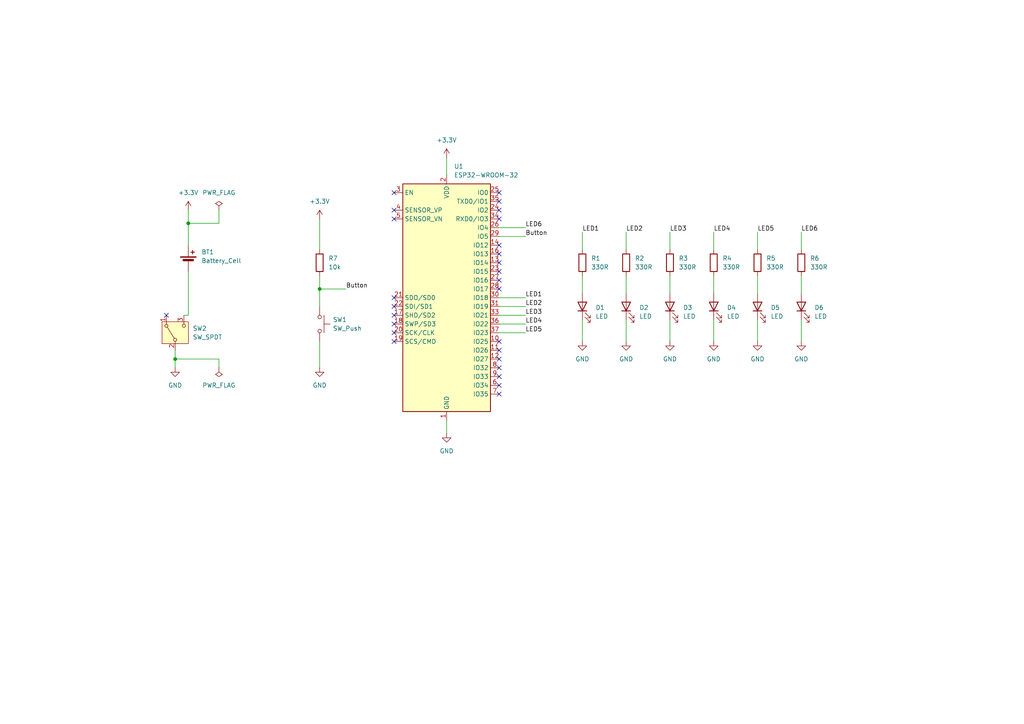
<source format=kicad_sch>
(kicad_sch
	(version 20250114)
	(generator "eeschema")
	(generator_version "9.0")
	(uuid "4a58ef21-4890-4a41-afb3-df813fe563f8")
	(paper "A4")
	(lib_symbols
		(symbol "Device:Battery_Cell"
			(pin_numbers
				(hide yes)
			)
			(pin_names
				(offset 0)
				(hide yes)
			)
			(exclude_from_sim no)
			(in_bom yes)
			(on_board yes)
			(property "Reference" "BT"
				(at 2.54 2.54 0)
				(effects
					(font
						(size 1.27 1.27)
					)
					(justify left)
				)
			)
			(property "Value" "Battery_Cell"
				(at 2.54 0 0)
				(effects
					(font
						(size 1.27 1.27)
					)
					(justify left)
				)
			)
			(property "Footprint" ""
				(at 0 1.524 90)
				(effects
					(font
						(size 1.27 1.27)
					)
					(hide yes)
				)
			)
			(property "Datasheet" "~"
				(at 0 1.524 90)
				(effects
					(font
						(size 1.27 1.27)
					)
					(hide yes)
				)
			)
			(property "Description" "Single-cell battery"
				(at 0 0 0)
				(effects
					(font
						(size 1.27 1.27)
					)
					(hide yes)
				)
			)
			(property "ki_keywords" "battery cell"
				(at 0 0 0)
				(effects
					(font
						(size 1.27 1.27)
					)
					(hide yes)
				)
			)
			(symbol "Battery_Cell_0_1"
				(rectangle
					(start -2.286 1.778)
					(end 2.286 1.524)
					(stroke
						(width 0)
						(type default)
					)
					(fill
						(type outline)
					)
				)
				(rectangle
					(start -1.524 1.016)
					(end 1.524 0.508)
					(stroke
						(width 0)
						(type default)
					)
					(fill
						(type outline)
					)
				)
				(polyline
					(pts
						(xy 0 1.778) (xy 0 2.54)
					)
					(stroke
						(width 0)
						(type default)
					)
					(fill
						(type none)
					)
				)
				(polyline
					(pts
						(xy 0 0.762) (xy 0 0)
					)
					(stroke
						(width 0)
						(type default)
					)
					(fill
						(type none)
					)
				)
				(polyline
					(pts
						(xy 0.762 3.048) (xy 1.778 3.048)
					)
					(stroke
						(width 0.254)
						(type default)
					)
					(fill
						(type none)
					)
				)
				(polyline
					(pts
						(xy 1.27 3.556) (xy 1.27 2.54)
					)
					(stroke
						(width 0.254)
						(type default)
					)
					(fill
						(type none)
					)
				)
			)
			(symbol "Battery_Cell_1_1"
				(pin passive line
					(at 0 5.08 270)
					(length 2.54)
					(name "+"
						(effects
							(font
								(size 1.27 1.27)
							)
						)
					)
					(number "1"
						(effects
							(font
								(size 1.27 1.27)
							)
						)
					)
				)
				(pin passive line
					(at 0 -2.54 90)
					(length 2.54)
					(name "-"
						(effects
							(font
								(size 1.27 1.27)
							)
						)
					)
					(number "2"
						(effects
							(font
								(size 1.27 1.27)
							)
						)
					)
				)
			)
			(embedded_fonts no)
		)
		(symbol "Device:LED"
			(pin_numbers
				(hide yes)
			)
			(pin_names
				(offset 1.016)
				(hide yes)
			)
			(exclude_from_sim no)
			(in_bom yes)
			(on_board yes)
			(property "Reference" "D"
				(at 0 2.54 0)
				(effects
					(font
						(size 1.27 1.27)
					)
				)
			)
			(property "Value" "LED"
				(at 0 -2.54 0)
				(effects
					(font
						(size 1.27 1.27)
					)
				)
			)
			(property "Footprint" ""
				(at 0 0 0)
				(effects
					(font
						(size 1.27 1.27)
					)
					(hide yes)
				)
			)
			(property "Datasheet" "~"
				(at 0 0 0)
				(effects
					(font
						(size 1.27 1.27)
					)
					(hide yes)
				)
			)
			(property "Description" "Light emitting diode"
				(at 0 0 0)
				(effects
					(font
						(size 1.27 1.27)
					)
					(hide yes)
				)
			)
			(property "Sim.Pins" "1=K 2=A"
				(at 0 0 0)
				(effects
					(font
						(size 1.27 1.27)
					)
					(hide yes)
				)
			)
			(property "ki_keywords" "LED diode"
				(at 0 0 0)
				(effects
					(font
						(size 1.27 1.27)
					)
					(hide yes)
				)
			)
			(property "ki_fp_filters" "LED* LED_SMD:* LED_THT:*"
				(at 0 0 0)
				(effects
					(font
						(size 1.27 1.27)
					)
					(hide yes)
				)
			)
			(symbol "LED_0_1"
				(polyline
					(pts
						(xy -3.048 -0.762) (xy -4.572 -2.286) (xy -3.81 -2.286) (xy -4.572 -2.286) (xy -4.572 -1.524)
					)
					(stroke
						(width 0)
						(type default)
					)
					(fill
						(type none)
					)
				)
				(polyline
					(pts
						(xy -1.778 -0.762) (xy -3.302 -2.286) (xy -2.54 -2.286) (xy -3.302 -2.286) (xy -3.302 -1.524)
					)
					(stroke
						(width 0)
						(type default)
					)
					(fill
						(type none)
					)
				)
				(polyline
					(pts
						(xy -1.27 0) (xy 1.27 0)
					)
					(stroke
						(width 0)
						(type default)
					)
					(fill
						(type none)
					)
				)
				(polyline
					(pts
						(xy -1.27 -1.27) (xy -1.27 1.27)
					)
					(stroke
						(width 0.254)
						(type default)
					)
					(fill
						(type none)
					)
				)
				(polyline
					(pts
						(xy 1.27 -1.27) (xy 1.27 1.27) (xy -1.27 0) (xy 1.27 -1.27)
					)
					(stroke
						(width 0.254)
						(type default)
					)
					(fill
						(type none)
					)
				)
			)
			(symbol "LED_1_1"
				(pin passive line
					(at -3.81 0 0)
					(length 2.54)
					(name "K"
						(effects
							(font
								(size 1.27 1.27)
							)
						)
					)
					(number "1"
						(effects
							(font
								(size 1.27 1.27)
							)
						)
					)
				)
				(pin passive line
					(at 3.81 0 180)
					(length 2.54)
					(name "A"
						(effects
							(font
								(size 1.27 1.27)
							)
						)
					)
					(number "2"
						(effects
							(font
								(size 1.27 1.27)
							)
						)
					)
				)
			)
			(embedded_fonts no)
		)
		(symbol "Device:R"
			(pin_numbers
				(hide yes)
			)
			(pin_names
				(offset 0)
			)
			(exclude_from_sim no)
			(in_bom yes)
			(on_board yes)
			(property "Reference" "R"
				(at 2.032 0 90)
				(effects
					(font
						(size 1.27 1.27)
					)
				)
			)
			(property "Value" "R"
				(at 0 0 90)
				(effects
					(font
						(size 1.27 1.27)
					)
				)
			)
			(property "Footprint" ""
				(at -1.778 0 90)
				(effects
					(font
						(size 1.27 1.27)
					)
					(hide yes)
				)
			)
			(property "Datasheet" "~"
				(at 0 0 0)
				(effects
					(font
						(size 1.27 1.27)
					)
					(hide yes)
				)
			)
			(property "Description" "Resistor"
				(at 0 0 0)
				(effects
					(font
						(size 1.27 1.27)
					)
					(hide yes)
				)
			)
			(property "ki_keywords" "R res resistor"
				(at 0 0 0)
				(effects
					(font
						(size 1.27 1.27)
					)
					(hide yes)
				)
			)
			(property "ki_fp_filters" "R_*"
				(at 0 0 0)
				(effects
					(font
						(size 1.27 1.27)
					)
					(hide yes)
				)
			)
			(symbol "R_0_1"
				(rectangle
					(start -1.016 -2.54)
					(end 1.016 2.54)
					(stroke
						(width 0.254)
						(type default)
					)
					(fill
						(type none)
					)
				)
			)
			(symbol "R_1_1"
				(pin passive line
					(at 0 3.81 270)
					(length 1.27)
					(name "~"
						(effects
							(font
								(size 1.27 1.27)
							)
						)
					)
					(number "1"
						(effects
							(font
								(size 1.27 1.27)
							)
						)
					)
				)
				(pin passive line
					(at 0 -3.81 90)
					(length 1.27)
					(name "~"
						(effects
							(font
								(size 1.27 1.27)
							)
						)
					)
					(number "2"
						(effects
							(font
								(size 1.27 1.27)
							)
						)
					)
				)
			)
			(embedded_fonts no)
		)
		(symbol "RF_Module:ESP32-WROOM-32"
			(exclude_from_sim no)
			(in_bom yes)
			(on_board yes)
			(property "Reference" "U"
				(at -12.7 34.29 0)
				(effects
					(font
						(size 1.27 1.27)
					)
					(justify left)
				)
			)
			(property "Value" "ESP32-WROOM-32"
				(at 1.27 34.29 0)
				(effects
					(font
						(size 1.27 1.27)
					)
					(justify left)
				)
			)
			(property "Footprint" "RF_Module:ESP32-WROOM-32"
				(at 0 -38.1 0)
				(effects
					(font
						(size 1.27 1.27)
					)
					(hide yes)
				)
			)
			(property "Datasheet" "https://www.espressif.com/sites/default/files/documentation/esp32-wroom-32_datasheet_en.pdf"
				(at -7.62 1.27 0)
				(effects
					(font
						(size 1.27 1.27)
					)
					(hide yes)
				)
			)
			(property "Description" "RF Module, ESP32-D0WDQ6 SoC, Wi-Fi 802.11b/g/n, Bluetooth, BLE, 32-bit, 2.7-3.6V, onboard antenna, SMD"
				(at 0 0 0)
				(effects
					(font
						(size 1.27 1.27)
					)
					(hide yes)
				)
			)
			(property "ki_keywords" "RF Radio BT ESP ESP32 Espressif onboard PCB antenna"
				(at 0 0 0)
				(effects
					(font
						(size 1.27 1.27)
					)
					(hide yes)
				)
			)
			(property "ki_fp_filters" "ESP32?WROOM?32*"
				(at 0 0 0)
				(effects
					(font
						(size 1.27 1.27)
					)
					(hide yes)
				)
			)
			(symbol "ESP32-WROOM-32_0_1"
				(rectangle
					(start -12.7 33.02)
					(end 12.7 -33.02)
					(stroke
						(width 0.254)
						(type default)
					)
					(fill
						(type background)
					)
				)
			)
			(symbol "ESP32-WROOM-32_1_1"
				(pin input line
					(at -15.24 30.48 0)
					(length 2.54)
					(name "EN"
						(effects
							(font
								(size 1.27 1.27)
							)
						)
					)
					(number "3"
						(effects
							(font
								(size 1.27 1.27)
							)
						)
					)
				)
				(pin input line
					(at -15.24 25.4 0)
					(length 2.54)
					(name "SENSOR_VP"
						(effects
							(font
								(size 1.27 1.27)
							)
						)
					)
					(number "4"
						(effects
							(font
								(size 1.27 1.27)
							)
						)
					)
				)
				(pin input line
					(at -15.24 22.86 0)
					(length 2.54)
					(name "SENSOR_VN"
						(effects
							(font
								(size 1.27 1.27)
							)
						)
					)
					(number "5"
						(effects
							(font
								(size 1.27 1.27)
							)
						)
					)
				)
				(pin bidirectional line
					(at -15.24 0 0)
					(length 2.54)
					(name "SDO/SD0"
						(effects
							(font
								(size 1.27 1.27)
							)
						)
					)
					(number "21"
						(effects
							(font
								(size 1.27 1.27)
							)
						)
					)
				)
				(pin bidirectional line
					(at -15.24 -2.54 0)
					(length 2.54)
					(name "SDI/SD1"
						(effects
							(font
								(size 1.27 1.27)
							)
						)
					)
					(number "22"
						(effects
							(font
								(size 1.27 1.27)
							)
						)
					)
				)
				(pin bidirectional line
					(at -15.24 -5.08 0)
					(length 2.54)
					(name "SHD/SD2"
						(effects
							(font
								(size 1.27 1.27)
							)
						)
					)
					(number "17"
						(effects
							(font
								(size 1.27 1.27)
							)
						)
					)
				)
				(pin bidirectional line
					(at -15.24 -7.62 0)
					(length 2.54)
					(name "SWP/SD3"
						(effects
							(font
								(size 1.27 1.27)
							)
						)
					)
					(number "18"
						(effects
							(font
								(size 1.27 1.27)
							)
						)
					)
				)
				(pin bidirectional line
					(at -15.24 -10.16 0)
					(length 2.54)
					(name "SCK/CLK"
						(effects
							(font
								(size 1.27 1.27)
							)
						)
					)
					(number "20"
						(effects
							(font
								(size 1.27 1.27)
							)
						)
					)
				)
				(pin bidirectional line
					(at -15.24 -12.7 0)
					(length 2.54)
					(name "SCS/CMD"
						(effects
							(font
								(size 1.27 1.27)
							)
						)
					)
					(number "19"
						(effects
							(font
								(size 1.27 1.27)
							)
						)
					)
				)
				(pin no_connect line
					(at -12.7 -27.94 0)
					(length 2.54)
					(hide yes)
					(name "NC"
						(effects
							(font
								(size 1.27 1.27)
							)
						)
					)
					(number "32"
						(effects
							(font
								(size 1.27 1.27)
							)
						)
					)
				)
				(pin power_in line
					(at 0 35.56 270)
					(length 2.54)
					(name "VDD"
						(effects
							(font
								(size 1.27 1.27)
							)
						)
					)
					(number "2"
						(effects
							(font
								(size 1.27 1.27)
							)
						)
					)
				)
				(pin power_in line
					(at 0 -35.56 90)
					(length 2.54)
					(name "GND"
						(effects
							(font
								(size 1.27 1.27)
							)
						)
					)
					(number "1"
						(effects
							(font
								(size 1.27 1.27)
							)
						)
					)
				)
				(pin passive line
					(at 0 -35.56 90)
					(length 2.54)
					(hide yes)
					(name "GND"
						(effects
							(font
								(size 1.27 1.27)
							)
						)
					)
					(number "15"
						(effects
							(font
								(size 1.27 1.27)
							)
						)
					)
				)
				(pin passive line
					(at 0 -35.56 90)
					(length 2.54)
					(hide yes)
					(name "GND"
						(effects
							(font
								(size 1.27 1.27)
							)
						)
					)
					(number "38"
						(effects
							(font
								(size 1.27 1.27)
							)
						)
					)
				)
				(pin passive line
					(at 0 -35.56 90)
					(length 2.54)
					(hide yes)
					(name "GND"
						(effects
							(font
								(size 1.27 1.27)
							)
						)
					)
					(number "39"
						(effects
							(font
								(size 1.27 1.27)
							)
						)
					)
				)
				(pin bidirectional line
					(at 15.24 30.48 180)
					(length 2.54)
					(name "IO0"
						(effects
							(font
								(size 1.27 1.27)
							)
						)
					)
					(number "25"
						(effects
							(font
								(size 1.27 1.27)
							)
						)
					)
				)
				(pin bidirectional line
					(at 15.24 27.94 180)
					(length 2.54)
					(name "TXD0/IO1"
						(effects
							(font
								(size 1.27 1.27)
							)
						)
					)
					(number "35"
						(effects
							(font
								(size 1.27 1.27)
							)
						)
					)
				)
				(pin bidirectional line
					(at 15.24 25.4 180)
					(length 2.54)
					(name "IO2"
						(effects
							(font
								(size 1.27 1.27)
							)
						)
					)
					(number "24"
						(effects
							(font
								(size 1.27 1.27)
							)
						)
					)
				)
				(pin bidirectional line
					(at 15.24 22.86 180)
					(length 2.54)
					(name "RXD0/IO3"
						(effects
							(font
								(size 1.27 1.27)
							)
						)
					)
					(number "34"
						(effects
							(font
								(size 1.27 1.27)
							)
						)
					)
				)
				(pin bidirectional line
					(at 15.24 20.32 180)
					(length 2.54)
					(name "IO4"
						(effects
							(font
								(size 1.27 1.27)
							)
						)
					)
					(number "26"
						(effects
							(font
								(size 1.27 1.27)
							)
						)
					)
				)
				(pin bidirectional line
					(at 15.24 17.78 180)
					(length 2.54)
					(name "IO5"
						(effects
							(font
								(size 1.27 1.27)
							)
						)
					)
					(number "29"
						(effects
							(font
								(size 1.27 1.27)
							)
						)
					)
				)
				(pin bidirectional line
					(at 15.24 15.24 180)
					(length 2.54)
					(name "IO12"
						(effects
							(font
								(size 1.27 1.27)
							)
						)
					)
					(number "14"
						(effects
							(font
								(size 1.27 1.27)
							)
						)
					)
				)
				(pin bidirectional line
					(at 15.24 12.7 180)
					(length 2.54)
					(name "IO13"
						(effects
							(font
								(size 1.27 1.27)
							)
						)
					)
					(number "16"
						(effects
							(font
								(size 1.27 1.27)
							)
						)
					)
				)
				(pin bidirectional line
					(at 15.24 10.16 180)
					(length 2.54)
					(name "IO14"
						(effects
							(font
								(size 1.27 1.27)
							)
						)
					)
					(number "13"
						(effects
							(font
								(size 1.27 1.27)
							)
						)
					)
				)
				(pin bidirectional line
					(at 15.24 7.62 180)
					(length 2.54)
					(name "IO15"
						(effects
							(font
								(size 1.27 1.27)
							)
						)
					)
					(number "23"
						(effects
							(font
								(size 1.27 1.27)
							)
						)
					)
				)
				(pin bidirectional line
					(at 15.24 5.08 180)
					(length 2.54)
					(name "IO16"
						(effects
							(font
								(size 1.27 1.27)
							)
						)
					)
					(number "27"
						(effects
							(font
								(size 1.27 1.27)
							)
						)
					)
				)
				(pin bidirectional line
					(at 15.24 2.54 180)
					(length 2.54)
					(name "IO17"
						(effects
							(font
								(size 1.27 1.27)
							)
						)
					)
					(number "28"
						(effects
							(font
								(size 1.27 1.27)
							)
						)
					)
				)
				(pin bidirectional line
					(at 15.24 0 180)
					(length 2.54)
					(name "IO18"
						(effects
							(font
								(size 1.27 1.27)
							)
						)
					)
					(number "30"
						(effects
							(font
								(size 1.27 1.27)
							)
						)
					)
				)
				(pin bidirectional line
					(at 15.24 -2.54 180)
					(length 2.54)
					(name "IO19"
						(effects
							(font
								(size 1.27 1.27)
							)
						)
					)
					(number "31"
						(effects
							(font
								(size 1.27 1.27)
							)
						)
					)
				)
				(pin bidirectional line
					(at 15.24 -5.08 180)
					(length 2.54)
					(name "IO21"
						(effects
							(font
								(size 1.27 1.27)
							)
						)
					)
					(number "33"
						(effects
							(font
								(size 1.27 1.27)
							)
						)
					)
				)
				(pin bidirectional line
					(at 15.24 -7.62 180)
					(length 2.54)
					(name "IO22"
						(effects
							(font
								(size 1.27 1.27)
							)
						)
					)
					(number "36"
						(effects
							(font
								(size 1.27 1.27)
							)
						)
					)
				)
				(pin bidirectional line
					(at 15.24 -10.16 180)
					(length 2.54)
					(name "IO23"
						(effects
							(font
								(size 1.27 1.27)
							)
						)
					)
					(number "37"
						(effects
							(font
								(size 1.27 1.27)
							)
						)
					)
				)
				(pin bidirectional line
					(at 15.24 -12.7 180)
					(length 2.54)
					(name "IO25"
						(effects
							(font
								(size 1.27 1.27)
							)
						)
					)
					(number "10"
						(effects
							(font
								(size 1.27 1.27)
							)
						)
					)
				)
				(pin bidirectional line
					(at 15.24 -15.24 180)
					(length 2.54)
					(name "IO26"
						(effects
							(font
								(size 1.27 1.27)
							)
						)
					)
					(number "11"
						(effects
							(font
								(size 1.27 1.27)
							)
						)
					)
				)
				(pin bidirectional line
					(at 15.24 -17.78 180)
					(length 2.54)
					(name "IO27"
						(effects
							(font
								(size 1.27 1.27)
							)
						)
					)
					(number "12"
						(effects
							(font
								(size 1.27 1.27)
							)
						)
					)
				)
				(pin bidirectional line
					(at 15.24 -20.32 180)
					(length 2.54)
					(name "IO32"
						(effects
							(font
								(size 1.27 1.27)
							)
						)
					)
					(number "8"
						(effects
							(font
								(size 1.27 1.27)
							)
						)
					)
				)
				(pin bidirectional line
					(at 15.24 -22.86 180)
					(length 2.54)
					(name "IO33"
						(effects
							(font
								(size 1.27 1.27)
							)
						)
					)
					(number "9"
						(effects
							(font
								(size 1.27 1.27)
							)
						)
					)
				)
				(pin input line
					(at 15.24 -25.4 180)
					(length 2.54)
					(name "IO34"
						(effects
							(font
								(size 1.27 1.27)
							)
						)
					)
					(number "6"
						(effects
							(font
								(size 1.27 1.27)
							)
						)
					)
				)
				(pin input line
					(at 15.24 -27.94 180)
					(length 2.54)
					(name "IO35"
						(effects
							(font
								(size 1.27 1.27)
							)
						)
					)
					(number "7"
						(effects
							(font
								(size 1.27 1.27)
							)
						)
					)
				)
			)
			(embedded_fonts no)
		)
		(symbol "Switch:SW_Push"
			(pin_numbers
				(hide yes)
			)
			(pin_names
				(offset 1.016)
				(hide yes)
			)
			(exclude_from_sim no)
			(in_bom yes)
			(on_board yes)
			(property "Reference" "SW"
				(at 1.27 2.54 0)
				(effects
					(font
						(size 1.27 1.27)
					)
					(justify left)
				)
			)
			(property "Value" "SW_Push"
				(at 0 -1.524 0)
				(effects
					(font
						(size 1.27 1.27)
					)
				)
			)
			(property "Footprint" ""
				(at 0 5.08 0)
				(effects
					(font
						(size 1.27 1.27)
					)
					(hide yes)
				)
			)
			(property "Datasheet" "~"
				(at 0 5.08 0)
				(effects
					(font
						(size 1.27 1.27)
					)
					(hide yes)
				)
			)
			(property "Description" "Push button switch, generic, two pins"
				(at 0 0 0)
				(effects
					(font
						(size 1.27 1.27)
					)
					(hide yes)
				)
			)
			(property "ki_keywords" "switch normally-open pushbutton push-button"
				(at 0 0 0)
				(effects
					(font
						(size 1.27 1.27)
					)
					(hide yes)
				)
			)
			(symbol "SW_Push_0_1"
				(circle
					(center -2.032 0)
					(radius 0.508)
					(stroke
						(width 0)
						(type default)
					)
					(fill
						(type none)
					)
				)
				(polyline
					(pts
						(xy 0 1.27) (xy 0 3.048)
					)
					(stroke
						(width 0)
						(type default)
					)
					(fill
						(type none)
					)
				)
				(circle
					(center 2.032 0)
					(radius 0.508)
					(stroke
						(width 0)
						(type default)
					)
					(fill
						(type none)
					)
				)
				(polyline
					(pts
						(xy 2.54 1.27) (xy -2.54 1.27)
					)
					(stroke
						(width 0)
						(type default)
					)
					(fill
						(type none)
					)
				)
				(pin passive line
					(at -5.08 0 0)
					(length 2.54)
					(name "1"
						(effects
							(font
								(size 1.27 1.27)
							)
						)
					)
					(number "1"
						(effects
							(font
								(size 1.27 1.27)
							)
						)
					)
				)
				(pin passive line
					(at 5.08 0 180)
					(length 2.54)
					(name "2"
						(effects
							(font
								(size 1.27 1.27)
							)
						)
					)
					(number "2"
						(effects
							(font
								(size 1.27 1.27)
							)
						)
					)
				)
			)
			(embedded_fonts no)
		)
		(symbol "Switch:SW_SPDT"
			(pin_names
				(offset 0)
				(hide yes)
			)
			(exclude_from_sim no)
			(in_bom yes)
			(on_board yes)
			(property "Reference" "SW"
				(at 0 5.08 0)
				(effects
					(font
						(size 1.27 1.27)
					)
				)
			)
			(property "Value" "SW_SPDT"
				(at 0 -5.08 0)
				(effects
					(font
						(size 1.27 1.27)
					)
				)
			)
			(property "Footprint" ""
				(at 0 0 0)
				(effects
					(font
						(size 1.27 1.27)
					)
					(hide yes)
				)
			)
			(property "Datasheet" "~"
				(at 0 -7.62 0)
				(effects
					(font
						(size 1.27 1.27)
					)
					(hide yes)
				)
			)
			(property "Description" "Switch, single pole double throw"
				(at 0 0 0)
				(effects
					(font
						(size 1.27 1.27)
					)
					(hide yes)
				)
			)
			(property "ki_keywords" "switch single-pole double-throw spdt ON-ON"
				(at 0 0 0)
				(effects
					(font
						(size 1.27 1.27)
					)
					(hide yes)
				)
			)
			(symbol "SW_SPDT_0_1"
				(circle
					(center -2.032 0)
					(radius 0.4572)
					(stroke
						(width 0)
						(type default)
					)
					(fill
						(type none)
					)
				)
				(polyline
					(pts
						(xy -1.651 0.254) (xy 1.651 2.286)
					)
					(stroke
						(width 0)
						(type default)
					)
					(fill
						(type none)
					)
				)
				(circle
					(center 2.032 2.54)
					(radius 0.4572)
					(stroke
						(width 0)
						(type default)
					)
					(fill
						(type none)
					)
				)
				(circle
					(center 2.032 -2.54)
					(radius 0.4572)
					(stroke
						(width 0)
						(type default)
					)
					(fill
						(type none)
					)
				)
			)
			(symbol "SW_SPDT_1_1"
				(rectangle
					(start -3.175 3.81)
					(end 3.175 -3.81)
					(stroke
						(width 0)
						(type default)
					)
					(fill
						(type background)
					)
				)
				(pin passive line
					(at -5.08 0 0)
					(length 2.54)
					(name "B"
						(effects
							(font
								(size 1.27 1.27)
							)
						)
					)
					(number "2"
						(effects
							(font
								(size 1.27 1.27)
							)
						)
					)
				)
				(pin passive line
					(at 5.08 2.54 180)
					(length 2.54)
					(name "A"
						(effects
							(font
								(size 1.27 1.27)
							)
						)
					)
					(number "1"
						(effects
							(font
								(size 1.27 1.27)
							)
						)
					)
				)
				(pin passive line
					(at 5.08 -2.54 180)
					(length 2.54)
					(name "C"
						(effects
							(font
								(size 1.27 1.27)
							)
						)
					)
					(number "3"
						(effects
							(font
								(size 1.27 1.27)
							)
						)
					)
				)
			)
			(embedded_fonts no)
		)
		(symbol "power:+3.3V"
			(power)
			(pin_numbers
				(hide yes)
			)
			(pin_names
				(offset 0)
				(hide yes)
			)
			(exclude_from_sim no)
			(in_bom yes)
			(on_board yes)
			(property "Reference" "#PWR"
				(at 0 -3.81 0)
				(effects
					(font
						(size 1.27 1.27)
					)
					(hide yes)
				)
			)
			(property "Value" "+3.3V"
				(at 0 3.556 0)
				(effects
					(font
						(size 1.27 1.27)
					)
				)
			)
			(property "Footprint" ""
				(at 0 0 0)
				(effects
					(font
						(size 1.27 1.27)
					)
					(hide yes)
				)
			)
			(property "Datasheet" ""
				(at 0 0 0)
				(effects
					(font
						(size 1.27 1.27)
					)
					(hide yes)
				)
			)
			(property "Description" "Power symbol creates a global label with name \"+3.3V\""
				(at 0 0 0)
				(effects
					(font
						(size 1.27 1.27)
					)
					(hide yes)
				)
			)
			(property "ki_keywords" "global power"
				(at 0 0 0)
				(effects
					(font
						(size 1.27 1.27)
					)
					(hide yes)
				)
			)
			(symbol "+3.3V_0_1"
				(polyline
					(pts
						(xy -0.762 1.27) (xy 0 2.54)
					)
					(stroke
						(width 0)
						(type default)
					)
					(fill
						(type none)
					)
				)
				(polyline
					(pts
						(xy 0 2.54) (xy 0.762 1.27)
					)
					(stroke
						(width 0)
						(type default)
					)
					(fill
						(type none)
					)
				)
				(polyline
					(pts
						(xy 0 0) (xy 0 2.54)
					)
					(stroke
						(width 0)
						(type default)
					)
					(fill
						(type none)
					)
				)
			)
			(symbol "+3.3V_1_1"
				(pin power_in line
					(at 0 0 90)
					(length 0)
					(name "~"
						(effects
							(font
								(size 1.27 1.27)
							)
						)
					)
					(number "1"
						(effects
							(font
								(size 1.27 1.27)
							)
						)
					)
				)
			)
			(embedded_fonts no)
		)
		(symbol "power:GND"
			(power)
			(pin_numbers
				(hide yes)
			)
			(pin_names
				(offset 0)
				(hide yes)
			)
			(exclude_from_sim no)
			(in_bom yes)
			(on_board yes)
			(property "Reference" "#PWR"
				(at 0 -6.35 0)
				(effects
					(font
						(size 1.27 1.27)
					)
					(hide yes)
				)
			)
			(property "Value" "GND"
				(at 0 -3.81 0)
				(effects
					(font
						(size 1.27 1.27)
					)
				)
			)
			(property "Footprint" ""
				(at 0 0 0)
				(effects
					(font
						(size 1.27 1.27)
					)
					(hide yes)
				)
			)
			(property "Datasheet" ""
				(at 0 0 0)
				(effects
					(font
						(size 1.27 1.27)
					)
					(hide yes)
				)
			)
			(property "Description" "Power symbol creates a global label with name \"GND\" , ground"
				(at 0 0 0)
				(effects
					(font
						(size 1.27 1.27)
					)
					(hide yes)
				)
			)
			(property "ki_keywords" "global power"
				(at 0 0 0)
				(effects
					(font
						(size 1.27 1.27)
					)
					(hide yes)
				)
			)
			(symbol "GND_0_1"
				(polyline
					(pts
						(xy 0 0) (xy 0 -1.27) (xy 1.27 -1.27) (xy 0 -2.54) (xy -1.27 -1.27) (xy 0 -1.27)
					)
					(stroke
						(width 0)
						(type default)
					)
					(fill
						(type none)
					)
				)
			)
			(symbol "GND_1_1"
				(pin power_in line
					(at 0 0 270)
					(length 0)
					(name "~"
						(effects
							(font
								(size 1.27 1.27)
							)
						)
					)
					(number "1"
						(effects
							(font
								(size 1.27 1.27)
							)
						)
					)
				)
			)
			(embedded_fonts no)
		)
		(symbol "power:PWR_FLAG"
			(power)
			(pin_numbers
				(hide yes)
			)
			(pin_names
				(offset 0)
				(hide yes)
			)
			(exclude_from_sim no)
			(in_bom yes)
			(on_board yes)
			(property "Reference" "#FLG"
				(at 0 1.905 0)
				(effects
					(font
						(size 1.27 1.27)
					)
					(hide yes)
				)
			)
			(property "Value" "PWR_FLAG"
				(at 0 3.81 0)
				(effects
					(font
						(size 1.27 1.27)
					)
				)
			)
			(property "Footprint" ""
				(at 0 0 0)
				(effects
					(font
						(size 1.27 1.27)
					)
					(hide yes)
				)
			)
			(property "Datasheet" "~"
				(at 0 0 0)
				(effects
					(font
						(size 1.27 1.27)
					)
					(hide yes)
				)
			)
			(property "Description" "Special symbol for telling ERC where power comes from"
				(at 0 0 0)
				(effects
					(font
						(size 1.27 1.27)
					)
					(hide yes)
				)
			)
			(property "ki_keywords" "flag power"
				(at 0 0 0)
				(effects
					(font
						(size 1.27 1.27)
					)
					(hide yes)
				)
			)
			(symbol "PWR_FLAG_0_0"
				(pin power_out line
					(at 0 0 90)
					(length 0)
					(name "~"
						(effects
							(font
								(size 1.27 1.27)
							)
						)
					)
					(number "1"
						(effects
							(font
								(size 1.27 1.27)
							)
						)
					)
				)
			)
			(symbol "PWR_FLAG_0_1"
				(polyline
					(pts
						(xy 0 0) (xy 0 1.27) (xy -1.016 1.905) (xy 0 2.54) (xy 1.016 1.905) (xy 0 1.27)
					)
					(stroke
						(width 0)
						(type default)
					)
					(fill
						(type none)
					)
				)
			)
			(embedded_fonts no)
		)
	)
	(junction
		(at 54.61 64.77)
		(diameter 0)
		(color 0 0 0 0)
		(uuid "0c98d0e7-daa2-42c9-a151-a0a53d402352")
	)
	(junction
		(at 50.8 104.14)
		(diameter 0)
		(color 0 0 0 0)
		(uuid "6bfa0090-9b2d-415c-8ae1-4aa520f5bf1c")
	)
	(junction
		(at 92.71 83.82)
		(diameter 0)
		(color 0 0 0 0)
		(uuid "bb70772b-ff16-4f74-b0cc-dc8ccf8696a7")
	)
	(no_connect
		(at 114.3 63.5)
		(uuid "03509b84-fd08-4dbf-8357-5704bc184102")
	)
	(no_connect
		(at 144.78 99.06)
		(uuid "1a2122a5-6e64-4e36-a616-f85127190bbd")
	)
	(no_connect
		(at 144.78 81.28)
		(uuid "20a1c893-7b37-419e-933d-3a20bb1e1deb")
	)
	(no_connect
		(at 144.78 114.3)
		(uuid "3c369f1c-171c-4a21-a46c-b9112e30abf1")
	)
	(no_connect
		(at 144.78 58.42)
		(uuid "5c86c2c1-11a2-4cf7-8d93-68fff1ff0c4c")
	)
	(no_connect
		(at 144.78 76.2)
		(uuid "5e626393-bde7-442e-b7aa-987c72c3bd33")
	)
	(no_connect
		(at 144.78 55.88)
		(uuid "61d13cf6-7cfd-4fbc-a6e3-df910c079f3a")
	)
	(no_connect
		(at 144.78 104.14)
		(uuid "62a6904d-46d6-40a7-9756-8afec765f52e")
	)
	(no_connect
		(at 144.78 101.6)
		(uuid "672f2029-6bf9-44b4-b1da-46ce34365200")
	)
	(no_connect
		(at 114.3 91.44)
		(uuid "6879e6cc-4e9f-4852-ac67-5771536d96c3")
	)
	(no_connect
		(at 144.78 106.68)
		(uuid "737d70ae-36cc-4912-a771-49d18f614cfb")
	)
	(no_connect
		(at 144.78 63.5)
		(uuid "807cc390-291f-406d-a176-5245a60913f2")
	)
	(no_connect
		(at 114.3 60.96)
		(uuid "8adbf828-4cf2-497f-a6fd-920a70d4593f")
	)
	(no_connect
		(at 144.78 73.66)
		(uuid "9f8f2dcd-b9ab-4a8d-adc8-7264b4127a02")
	)
	(no_connect
		(at 114.3 55.88)
		(uuid "a9feea39-40fe-4d83-9145-77e2392cba63")
	)
	(no_connect
		(at 144.78 71.12)
		(uuid "b44ad8b9-f561-4830-8487-1c1d84bfd2ab")
	)
	(no_connect
		(at 114.3 88.9)
		(uuid "b575dc2e-3f19-4bf5-9888-71ae7415eaf1")
	)
	(no_connect
		(at 144.78 83.82)
		(uuid "b5cc436b-94cc-4214-b855-3736be4d99e5")
	)
	(no_connect
		(at 144.78 78.74)
		(uuid "ba22fc68-dbb6-4f93-bbd6-e209779ff3f1")
	)
	(no_connect
		(at 114.3 86.36)
		(uuid "d2a70147-9907-4436-9d85-dd3305a00870")
	)
	(no_connect
		(at 114.3 93.98)
		(uuid "d386e5d6-9304-47c6-9b97-da382385dc73")
	)
	(no_connect
		(at 114.3 96.52)
		(uuid "de2ba5ac-3e6d-466b-9673-f2984d5ccbd2")
	)
	(no_connect
		(at 144.78 60.96)
		(uuid "e099763e-58dd-4510-91c7-1db6fdacc454")
	)
	(no_connect
		(at 48.26 91.44)
		(uuid "e57a199b-1de4-46c6-898f-b92e35828f20")
	)
	(no_connect
		(at 144.78 111.76)
		(uuid "e95546a5-561c-4bfa-a164-00e103bcae94")
	)
	(no_connect
		(at 114.3 99.06)
		(uuid "e9be5ec6-4fe2-4c6c-9910-0e2506b884d7")
	)
	(no_connect
		(at 144.78 109.22)
		(uuid "f641c026-da3b-4097-a3ca-73d2b6fcc72f")
	)
	(wire
		(pts
			(xy 54.61 60.96) (xy 54.61 64.77)
		)
		(stroke
			(width 0)
			(type default)
		)
		(uuid "0fb12d41-04ed-4508-ac22-029c1379140e")
	)
	(wire
		(pts
			(xy 92.71 83.82) (xy 100.33 83.82)
		)
		(stroke
			(width 0)
			(type default)
		)
		(uuid "218d6876-9d49-4f2b-8ce1-18cf023f315e")
	)
	(wire
		(pts
			(xy 144.78 86.36) (xy 152.4 86.36)
		)
		(stroke
			(width 0)
			(type default)
		)
		(uuid "23fa1845-a4a2-4cab-9576-9dc34056b4b9")
	)
	(wire
		(pts
			(xy 144.78 93.98) (xy 152.4 93.98)
		)
		(stroke
			(width 0)
			(type default)
		)
		(uuid "2cc3bea7-bf27-4a00-b3ac-65dc6fcd5e46")
	)
	(wire
		(pts
			(xy 207.01 92.71) (xy 207.01 99.06)
		)
		(stroke
			(width 0)
			(type default)
		)
		(uuid "2f5e1aea-e25d-4874-81ec-81c13b6b12cd")
	)
	(wire
		(pts
			(xy 194.31 67.31) (xy 194.31 72.39)
		)
		(stroke
			(width 0)
			(type default)
		)
		(uuid "35d36a46-adad-4197-a128-ecb0b405bf56")
	)
	(wire
		(pts
			(xy 181.61 80.01) (xy 181.61 85.09)
		)
		(stroke
			(width 0)
			(type default)
		)
		(uuid "378bb270-44b5-413e-9237-dccc403f5be2")
	)
	(wire
		(pts
			(xy 219.71 67.31) (xy 219.71 72.39)
		)
		(stroke
			(width 0)
			(type default)
		)
		(uuid "3dd43c57-8167-4036-9223-2aac68f5a06a")
	)
	(wire
		(pts
			(xy 144.78 66.04) (xy 152.4 66.04)
		)
		(stroke
			(width 0)
			(type default)
		)
		(uuid "3efaff9c-a742-486f-be17-45854964b809")
	)
	(wire
		(pts
			(xy 181.61 92.71) (xy 181.61 99.06)
		)
		(stroke
			(width 0)
			(type default)
		)
		(uuid "46838d07-0a00-4edb-8896-0069a33b8da0")
	)
	(wire
		(pts
			(xy 219.71 80.01) (xy 219.71 85.09)
		)
		(stroke
			(width 0)
			(type default)
		)
		(uuid "48bf65bc-0c95-4579-b906-3a6ddffb1abf")
	)
	(wire
		(pts
			(xy 194.31 80.01) (xy 194.31 85.09)
		)
		(stroke
			(width 0)
			(type default)
		)
		(uuid "4ee61f76-f272-4ce2-98b8-a627d26ea264")
	)
	(wire
		(pts
			(xy 54.61 91.44) (xy 53.34 91.44)
		)
		(stroke
			(width 0)
			(type default)
		)
		(uuid "5059d627-a853-45cf-80e1-d4a8926017b6")
	)
	(wire
		(pts
			(xy 129.54 45.72) (xy 129.54 50.8)
		)
		(stroke
			(width 0)
			(type default)
		)
		(uuid "5652a5c7-44da-4e9a-b365-2b8dd8ea0171")
	)
	(wire
		(pts
			(xy 207.01 67.31) (xy 207.01 72.39)
		)
		(stroke
			(width 0)
			(type default)
		)
		(uuid "581ee29c-c4b9-444c-ac84-3a948d98a21c")
	)
	(wire
		(pts
			(xy 144.78 88.9) (xy 152.4 88.9)
		)
		(stroke
			(width 0)
			(type default)
		)
		(uuid "64982c08-4848-4db9-b5a5-b274753a388f")
	)
	(wire
		(pts
			(xy 168.91 80.01) (xy 168.91 85.09)
		)
		(stroke
			(width 0)
			(type default)
		)
		(uuid "6d72b5c2-4074-4641-86c7-6494176f05d1")
	)
	(wire
		(pts
			(xy 54.61 64.77) (xy 54.61 71.12)
		)
		(stroke
			(width 0)
			(type default)
		)
		(uuid "6ea5b7f1-7524-4efd-a9c8-95e4bf1fb32f")
	)
	(wire
		(pts
			(xy 232.41 92.71) (xy 232.41 99.06)
		)
		(stroke
			(width 0)
			(type default)
		)
		(uuid "70e61b60-548b-4bab-9a71-a38ad886a42f")
	)
	(wire
		(pts
			(xy 54.61 78.74) (xy 54.61 91.44)
		)
		(stroke
			(width 0)
			(type default)
		)
		(uuid "7ab63dcf-f113-40da-8536-fe8aca0f0faa")
	)
	(wire
		(pts
			(xy 92.71 99.06) (xy 92.71 106.68)
		)
		(stroke
			(width 0)
			(type default)
		)
		(uuid "81b68480-0083-4de8-aaa0-f9ce4e83d54c")
	)
	(wire
		(pts
			(xy 92.71 83.82) (xy 92.71 88.9)
		)
		(stroke
			(width 0)
			(type default)
		)
		(uuid "846e93c1-34f8-4476-92b0-6976628e5b0f")
	)
	(wire
		(pts
			(xy 63.5 104.14) (xy 63.5 106.68)
		)
		(stroke
			(width 0)
			(type default)
		)
		(uuid "90f692a7-e2e1-4c84-8434-0ad472623cd9")
	)
	(wire
		(pts
			(xy 63.5 60.96) (xy 63.5 64.77)
		)
		(stroke
			(width 0)
			(type default)
		)
		(uuid "9132fbc1-9645-4b47-be34-8f7dec4d06c1")
	)
	(wire
		(pts
			(xy 194.31 92.71) (xy 194.31 99.06)
		)
		(stroke
			(width 0)
			(type default)
		)
		(uuid "9943f3e8-4d5a-47b4-a6c8-4aeb963e8dd3")
	)
	(wire
		(pts
			(xy 232.41 80.01) (xy 232.41 85.09)
		)
		(stroke
			(width 0)
			(type default)
		)
		(uuid "9b364550-33c1-4ca6-a194-ca2684ef185c")
	)
	(wire
		(pts
			(xy 50.8 104.14) (xy 63.5 104.14)
		)
		(stroke
			(width 0)
			(type default)
		)
		(uuid "9c2a2549-6d1d-42b4-bad2-78ec2fa3b9f4")
	)
	(wire
		(pts
			(xy 181.61 67.31) (xy 181.61 72.39)
		)
		(stroke
			(width 0)
			(type default)
		)
		(uuid "a1a440ee-ff6b-4fe0-a823-0a56b99aaaac")
	)
	(wire
		(pts
			(xy 168.91 67.31) (xy 168.91 72.39)
		)
		(stroke
			(width 0)
			(type default)
		)
		(uuid "a3a26657-4f75-4747-8bd4-8ed8acdd1305")
	)
	(wire
		(pts
			(xy 50.8 104.14) (xy 50.8 106.68)
		)
		(stroke
			(width 0)
			(type default)
		)
		(uuid "a7d88c94-f84d-4878-9682-d13bc31dbb60")
	)
	(wire
		(pts
			(xy 144.78 96.52) (xy 152.4 96.52)
		)
		(stroke
			(width 0)
			(type default)
		)
		(uuid "a86df6db-b14a-4571-8fb8-a879168fb2d6")
	)
	(wire
		(pts
			(xy 144.78 68.58) (xy 152.4 68.58)
		)
		(stroke
			(width 0)
			(type default)
		)
		(uuid "acd7c54e-c743-4099-954e-e3acfdc64ba1")
	)
	(wire
		(pts
			(xy 168.91 92.71) (xy 168.91 99.06)
		)
		(stroke
			(width 0)
			(type default)
		)
		(uuid "ae49c2d2-d751-4e1c-b08b-e2664e8254a1")
	)
	(wire
		(pts
			(xy 92.71 80.01) (xy 92.71 83.82)
		)
		(stroke
			(width 0)
			(type default)
		)
		(uuid "bd473034-e17a-4218-9b07-87d8afa2df7f")
	)
	(wire
		(pts
			(xy 219.71 92.71) (xy 219.71 99.06)
		)
		(stroke
			(width 0)
			(type default)
		)
		(uuid "bd58b4d6-a150-4c18-bd5d-86685401d9dd")
	)
	(wire
		(pts
			(xy 144.78 91.44) (xy 152.4 91.44)
		)
		(stroke
			(width 0)
			(type default)
		)
		(uuid "beb6a300-2277-4483-ba2c-26790cd43e96")
	)
	(wire
		(pts
			(xy 92.71 63.5) (xy 92.71 72.39)
		)
		(stroke
			(width 0)
			(type default)
		)
		(uuid "c3801299-9032-4c58-a0fd-3d32f69f3f34")
	)
	(wire
		(pts
			(xy 207.01 80.01) (xy 207.01 85.09)
		)
		(stroke
			(width 0)
			(type default)
		)
		(uuid "cf3391d4-7ff5-4524-81b1-7f3d0e6d484c")
	)
	(wire
		(pts
			(xy 232.41 67.31) (xy 232.41 72.39)
		)
		(stroke
			(width 0)
			(type default)
		)
		(uuid "dc616f71-15c8-4206-b749-65d1e5022e26")
	)
	(wire
		(pts
			(xy 54.61 64.77) (xy 63.5 64.77)
		)
		(stroke
			(width 0)
			(type default)
		)
		(uuid "e4b0b2ca-07a6-4bde-ba88-8774dd1e5de9")
	)
	(wire
		(pts
			(xy 50.8 101.6) (xy 50.8 104.14)
		)
		(stroke
			(width 0)
			(type default)
		)
		(uuid "e6872521-e248-4b25-9151-862b65bcc791")
	)
	(wire
		(pts
			(xy 129.54 121.92) (xy 129.54 125.73)
		)
		(stroke
			(width 0)
			(type default)
		)
		(uuid "f279444d-a366-425e-a62f-aef3d4305b98")
	)
	(label "LED2"
		(at 152.4 88.9 0)
		(effects
			(font
				(size 1.27 1.27)
			)
			(justify left bottom)
		)
		(uuid "275ec322-2753-4842-85a0-e1c7a7de7dbd")
	)
	(label "LED6"
		(at 152.4 66.04 0)
		(effects
			(font
				(size 1.27 1.27)
			)
			(justify left bottom)
		)
		(uuid "2a74fc4e-67b8-471a-9725-14c72a83f9e0")
	)
	(label "Button"
		(at 100.33 83.82 0)
		(effects
			(font
				(size 1.27 1.27)
			)
			(justify left bottom)
		)
		(uuid "3853c1bc-5b5c-4847-8b57-0e706508937f")
	)
	(label "LED1"
		(at 168.91 67.31 0)
		(effects
			(font
				(size 1.27 1.27)
			)
			(justify left bottom)
		)
		(uuid "489cf6d6-8c06-4e24-9804-8b79e6d1f9d2")
	)
	(label "LED2"
		(at 181.61 67.31 0)
		(effects
			(font
				(size 1.27 1.27)
			)
			(justify left bottom)
		)
		(uuid "a4630e14-45e6-41d8-8b77-6b2923aafabf")
	)
	(label "LED4"
		(at 207.01 67.31 0)
		(effects
			(font
				(size 1.27 1.27)
			)
			(justify left bottom)
		)
		(uuid "b5a046fc-db6a-4b61-a74d-242f407dd75c")
	)
	(label "LED5"
		(at 219.71 67.31 0)
		(effects
			(font
				(size 1.27 1.27)
			)
			(justify left bottom)
		)
		(uuid "b89c51ff-35ee-41a7-820c-69b65ed5931b")
	)
	(label "LED6"
		(at 232.41 67.31 0)
		(effects
			(font
				(size 1.27 1.27)
			)
			(justify left bottom)
		)
		(uuid "bd35acb9-ad8b-41fd-87a0-ca3391613ffe")
	)
	(label "Button"
		(at 152.4 68.58 0)
		(effects
			(font
				(size 1.27 1.27)
			)
			(justify left bottom)
		)
		(uuid "dab38dd0-5c5a-416a-8728-b711f5f71582")
	)
	(label "LED3"
		(at 194.31 67.31 0)
		(effects
			(font
				(size 1.27 1.27)
			)
			(justify left bottom)
		)
		(uuid "dc031093-e45a-4222-8234-95618d84bedc")
	)
	(label "LED4"
		(at 152.4 93.98 0)
		(effects
			(font
				(size 1.27 1.27)
			)
			(justify left bottom)
		)
		(uuid "ee392fa2-8369-4587-b4bc-995e3bba3c68")
	)
	(label "LED3"
		(at 152.4 91.44 0)
		(effects
			(font
				(size 1.27 1.27)
			)
			(justify left bottom)
		)
		(uuid "f2a710df-8cc9-4c11-a5b2-9d28c512e06f")
	)
	(label "LED1"
		(at 152.4 86.36 0)
		(effects
			(font
				(size 1.27 1.27)
			)
			(justify left bottom)
		)
		(uuid "f4ef6528-6db7-427e-92dc-ffb371660897")
	)
	(label "LED5"
		(at 152.4 96.52 0)
		(effects
			(font
				(size 1.27 1.27)
			)
			(justify left bottom)
		)
		(uuid "fb6d8199-b350-413c-bc51-4a6e9c11a43c")
	)
	(symbol
		(lib_id "Device:LED")
		(at 168.91 88.9 90)
		(unit 1)
		(exclude_from_sim no)
		(in_bom yes)
		(on_board yes)
		(dnp no)
		(fields_autoplaced yes)
		(uuid "049cd1b3-73c8-4ea5-a86a-dd4530d3a960")
		(property "Reference" "D1"
			(at 172.72 89.2174 90)
			(effects
				(font
					(size 1.27 1.27)
				)
				(justify right)
			)
		)
		(property "Value" "LED"
			(at 172.72 91.7574 90)
			(effects
				(font
					(size 1.27 1.27)
				)
				(justify right)
			)
		)
		(property "Footprint" "LED_SMD:LED_0201_0603Metric"
			(at 168.91 88.9 0)
			(effects
				(font
					(size 1.27 1.27)
				)
				(hide yes)
			)
		)
		(property "Datasheet" "~"
			(at 168.91 88.9 0)
			(effects
				(font
					(size 1.27 1.27)
				)
				(hide yes)
			)
		)
		(property "Description" "Light emitting diode"
			(at 168.91 88.9 0)
			(effects
				(font
					(size 1.27 1.27)
				)
				(hide yes)
			)
		)
		(property "Sim.Pins" "1=K 2=A"
			(at 168.91 88.9 0)
			(effects
				(font
					(size 1.27 1.27)
				)
				(hide yes)
			)
		)
		(pin "1"
			(uuid "71e34e15-9ae3-4c73-8872-dd8cfaaa8ad2")
		)
		(pin "2"
			(uuid "09f529ff-c637-43fd-bf89-f4d46bf81638")
		)
		(instances
			(project ""
				(path "/4a58ef21-4890-4a41-afb3-df813fe563f8"
					(reference "D1")
					(unit 1)
				)
			)
		)
	)
	(symbol
		(lib_id "Device:R")
		(at 232.41 76.2 0)
		(unit 1)
		(exclude_from_sim no)
		(in_bom yes)
		(on_board yes)
		(dnp no)
		(fields_autoplaced yes)
		(uuid "0524ac02-a49b-45ad-a4e5-f0cd3e2991ab")
		(property "Reference" "R6"
			(at 234.95 74.9299 0)
			(effects
				(font
					(size 1.27 1.27)
				)
				(justify left)
			)
		)
		(property "Value" "330R"
			(at 234.95 77.4699 0)
			(effects
				(font
					(size 1.27 1.27)
				)
				(justify left)
			)
		)
		(property "Footprint" "Resistor_SMD:R_0201_0603Metric"
			(at 230.632 76.2 90)
			(effects
				(font
					(size 1.27 1.27)
				)
				(hide yes)
			)
		)
		(property "Datasheet" "~"
			(at 232.41 76.2 0)
			(effects
				(font
					(size 1.27 1.27)
				)
				(hide yes)
			)
		)
		(property "Description" "Resistor"
			(at 232.41 76.2 0)
			(effects
				(font
					(size 1.27 1.27)
				)
				(hide yes)
			)
		)
		(pin "1"
			(uuid "8bde58e6-bd9e-40fb-966d-677f4c9f3356")
		)
		(pin "2"
			(uuid "910a467a-66cf-45f1-a1af-14841cbb9ad4")
		)
		(instances
			(project "Assignment-1"
				(path "/4a58ef21-4890-4a41-afb3-df813fe563f8"
					(reference "R6")
					(unit 1)
				)
			)
		)
	)
	(symbol
		(lib_id "Switch:SW_Push")
		(at 92.71 93.98 270)
		(unit 1)
		(exclude_from_sim no)
		(in_bom yes)
		(on_board yes)
		(dnp no)
		(fields_autoplaced yes)
		(uuid "0f0fca8a-05bd-4f0d-98e6-ee77a3e4faaf")
		(property "Reference" "SW1"
			(at 96.52 92.7099 90)
			(effects
				(font
					(size 1.27 1.27)
				)
				(justify left)
			)
		)
		(property "Value" "SW_Push"
			(at 96.52 95.2499 90)
			(effects
				(font
					(size 1.27 1.27)
				)
				(justify left)
			)
		)
		(property "Footprint" "Button_Switch_THT:SW_PUSH-12mm"
			(at 97.79 93.98 0)
			(effects
				(font
					(size 1.27 1.27)
				)
				(hide yes)
			)
		)
		(property "Datasheet" "~"
			(at 97.79 93.98 0)
			(effects
				(font
					(size 1.27 1.27)
				)
				(hide yes)
			)
		)
		(property "Description" "Push button switch, generic, two pins"
			(at 92.71 93.98 0)
			(effects
				(font
					(size 1.27 1.27)
				)
				(hide yes)
			)
		)
		(pin "1"
			(uuid "2c9602c3-cbc0-450c-b4bd-85f3a4e83baa")
		)
		(pin "2"
			(uuid "c3f21154-1d59-4796-b28d-278a2efd6d6d")
		)
		(instances
			(project ""
				(path "/4a58ef21-4890-4a41-afb3-df813fe563f8"
					(reference "SW1")
					(unit 1)
				)
			)
		)
	)
	(symbol
		(lib_id "power:GND")
		(at 232.41 99.06 0)
		(unit 1)
		(exclude_from_sim no)
		(in_bom yes)
		(on_board yes)
		(dnp no)
		(fields_autoplaced yes)
		(uuid "1b355a42-f872-4e59-8a9d-de80a1741228")
		(property "Reference" "#PWR09"
			(at 232.41 105.41 0)
			(effects
				(font
					(size 1.27 1.27)
				)
				(hide yes)
			)
		)
		(property "Value" "GND"
			(at 232.41 104.14 0)
			(effects
				(font
					(size 1.27 1.27)
				)
			)
		)
		(property "Footprint" ""
			(at 232.41 99.06 0)
			(effects
				(font
					(size 1.27 1.27)
				)
				(hide yes)
			)
		)
		(property "Datasheet" ""
			(at 232.41 99.06 0)
			(effects
				(font
					(size 1.27 1.27)
				)
				(hide yes)
			)
		)
		(property "Description" "Power symbol creates a global label with name \"GND\" , ground"
			(at 232.41 99.06 0)
			(effects
				(font
					(size 1.27 1.27)
				)
				(hide yes)
			)
		)
		(pin "1"
			(uuid "800b4dae-75a6-4dad-aca5-e518a2060ab4")
		)
		(instances
			(project "Assignment-1"
				(path "/4a58ef21-4890-4a41-afb3-df813fe563f8"
					(reference "#PWR09")
					(unit 1)
				)
			)
		)
	)
	(symbol
		(lib_id "Device:LED")
		(at 207.01 88.9 90)
		(unit 1)
		(exclude_from_sim no)
		(in_bom yes)
		(on_board yes)
		(dnp no)
		(fields_autoplaced yes)
		(uuid "1f3228b3-fe8c-4a3f-a90c-c08827c89e3a")
		(property "Reference" "D4"
			(at 210.82 89.2174 90)
			(effects
				(font
					(size 1.27 1.27)
				)
				(justify right)
			)
		)
		(property "Value" "LED"
			(at 210.82 91.7574 90)
			(effects
				(font
					(size 1.27 1.27)
				)
				(justify right)
			)
		)
		(property "Footprint" "LED_SMD:LED_0201_0603Metric"
			(at 207.01 88.9 0)
			(effects
				(font
					(size 1.27 1.27)
				)
				(hide yes)
			)
		)
		(property "Datasheet" "~"
			(at 207.01 88.9 0)
			(effects
				(font
					(size 1.27 1.27)
				)
				(hide yes)
			)
		)
		(property "Description" "Light emitting diode"
			(at 207.01 88.9 0)
			(effects
				(font
					(size 1.27 1.27)
				)
				(hide yes)
			)
		)
		(property "Sim.Pins" "1=K 2=A"
			(at 207.01 88.9 0)
			(effects
				(font
					(size 1.27 1.27)
				)
				(hide yes)
			)
		)
		(pin "1"
			(uuid "cd950ab8-6a62-408e-84a6-12a1e846a432")
		)
		(pin "2"
			(uuid "9d3b33d7-acfc-4ecf-add5-c9c5ad20b9db")
		)
		(instances
			(project "Assignment-1"
				(path "/4a58ef21-4890-4a41-afb3-df813fe563f8"
					(reference "D4")
					(unit 1)
				)
			)
		)
	)
	(symbol
		(lib_id "power:GND")
		(at 219.71 99.06 0)
		(unit 1)
		(exclude_from_sim no)
		(in_bom yes)
		(on_board yes)
		(dnp no)
		(fields_autoplaced yes)
		(uuid "216e43a9-8ea8-4e16-9174-99031cdc1e84")
		(property "Reference" "#PWR08"
			(at 219.71 105.41 0)
			(effects
				(font
					(size 1.27 1.27)
				)
				(hide yes)
			)
		)
		(property "Value" "GND"
			(at 219.71 104.14 0)
			(effects
				(font
					(size 1.27 1.27)
				)
			)
		)
		(property "Footprint" ""
			(at 219.71 99.06 0)
			(effects
				(font
					(size 1.27 1.27)
				)
				(hide yes)
			)
		)
		(property "Datasheet" ""
			(at 219.71 99.06 0)
			(effects
				(font
					(size 1.27 1.27)
				)
				(hide yes)
			)
		)
		(property "Description" "Power symbol creates a global label with name \"GND\" , ground"
			(at 219.71 99.06 0)
			(effects
				(font
					(size 1.27 1.27)
				)
				(hide yes)
			)
		)
		(pin "1"
			(uuid "0bc05e26-4161-44ec-9114-bd5b3bcf535a")
		)
		(instances
			(project "Assignment-1"
				(path "/4a58ef21-4890-4a41-afb3-df813fe563f8"
					(reference "#PWR08")
					(unit 1)
				)
			)
		)
	)
	(symbol
		(lib_id "Device:LED")
		(at 181.61 88.9 90)
		(unit 1)
		(exclude_from_sim no)
		(in_bom yes)
		(on_board yes)
		(dnp no)
		(fields_autoplaced yes)
		(uuid "2c5c8815-5496-4c08-9eb3-ab79e5f4020e")
		(property "Reference" "D2"
			(at 185.42 89.2174 90)
			(effects
				(font
					(size 1.27 1.27)
				)
				(justify right)
			)
		)
		(property "Value" "LED"
			(at 185.42 91.7574 90)
			(effects
				(font
					(size 1.27 1.27)
				)
				(justify right)
			)
		)
		(property "Footprint" "LED_SMD:LED_0201_0603Metric"
			(at 181.61 88.9 0)
			(effects
				(font
					(size 1.27 1.27)
				)
				(hide yes)
			)
		)
		(property "Datasheet" "~"
			(at 181.61 88.9 0)
			(effects
				(font
					(size 1.27 1.27)
				)
				(hide yes)
			)
		)
		(property "Description" "Light emitting diode"
			(at 181.61 88.9 0)
			(effects
				(font
					(size 1.27 1.27)
				)
				(hide yes)
			)
		)
		(property "Sim.Pins" "1=K 2=A"
			(at 181.61 88.9 0)
			(effects
				(font
					(size 1.27 1.27)
				)
				(hide yes)
			)
		)
		(pin "1"
			(uuid "4f5f8ebc-f2d4-4097-b2fa-6c9a1596d318")
		)
		(pin "2"
			(uuid "91f9a03f-8f6c-4413-b462-e265b8dfeb74")
		)
		(instances
			(project "Assignment-1"
				(path "/4a58ef21-4890-4a41-afb3-df813fe563f8"
					(reference "D2")
					(unit 1)
				)
			)
		)
	)
	(symbol
		(lib_id "power:GND")
		(at 207.01 99.06 0)
		(unit 1)
		(exclude_from_sim no)
		(in_bom yes)
		(on_board yes)
		(dnp no)
		(fields_autoplaced yes)
		(uuid "35d81415-ad78-4256-b880-5c540b427648")
		(property "Reference" "#PWR07"
			(at 207.01 105.41 0)
			(effects
				(font
					(size 1.27 1.27)
				)
				(hide yes)
			)
		)
		(property "Value" "GND"
			(at 207.01 104.14 0)
			(effects
				(font
					(size 1.27 1.27)
				)
			)
		)
		(property "Footprint" ""
			(at 207.01 99.06 0)
			(effects
				(font
					(size 1.27 1.27)
				)
				(hide yes)
			)
		)
		(property "Datasheet" ""
			(at 207.01 99.06 0)
			(effects
				(font
					(size 1.27 1.27)
				)
				(hide yes)
			)
		)
		(property "Description" "Power symbol creates a global label with name \"GND\" , ground"
			(at 207.01 99.06 0)
			(effects
				(font
					(size 1.27 1.27)
				)
				(hide yes)
			)
		)
		(pin "1"
			(uuid "33b0382c-3bd4-4785-b5fd-ebb4712f74b0")
		)
		(instances
			(project "Assignment-1"
				(path "/4a58ef21-4890-4a41-afb3-df813fe563f8"
					(reference "#PWR07")
					(unit 1)
				)
			)
		)
	)
	(symbol
		(lib_id "power:GND")
		(at 168.91 99.06 0)
		(unit 1)
		(exclude_from_sim no)
		(in_bom yes)
		(on_board yes)
		(dnp no)
		(fields_autoplaced yes)
		(uuid "4101e99f-dc26-43f0-89f8-49955d62e390")
		(property "Reference" "#PWR04"
			(at 168.91 105.41 0)
			(effects
				(font
					(size 1.27 1.27)
				)
				(hide yes)
			)
		)
		(property "Value" "GND"
			(at 168.91 104.14 0)
			(effects
				(font
					(size 1.27 1.27)
				)
			)
		)
		(property "Footprint" ""
			(at 168.91 99.06 0)
			(effects
				(font
					(size 1.27 1.27)
				)
				(hide yes)
			)
		)
		(property "Datasheet" ""
			(at 168.91 99.06 0)
			(effects
				(font
					(size 1.27 1.27)
				)
				(hide yes)
			)
		)
		(property "Description" "Power symbol creates a global label with name \"GND\" , ground"
			(at 168.91 99.06 0)
			(effects
				(font
					(size 1.27 1.27)
				)
				(hide yes)
			)
		)
		(pin "1"
			(uuid "fd069c76-c1cf-41b7-8e59-ee88df8049ed")
		)
		(instances
			(project "Assignment-1"
				(path "/4a58ef21-4890-4a41-afb3-df813fe563f8"
					(reference "#PWR04")
					(unit 1)
				)
			)
		)
	)
	(symbol
		(lib_id "power:GND")
		(at 50.8 106.68 0)
		(unit 1)
		(exclude_from_sim no)
		(in_bom yes)
		(on_board yes)
		(dnp no)
		(fields_autoplaced yes)
		(uuid "4259d45e-0b93-4d4c-877c-54f9e87a6a45")
		(property "Reference" "#PWR011"
			(at 50.8 113.03 0)
			(effects
				(font
					(size 1.27 1.27)
				)
				(hide yes)
			)
		)
		(property "Value" "GND"
			(at 50.8 111.76 0)
			(effects
				(font
					(size 1.27 1.27)
				)
			)
		)
		(property "Footprint" ""
			(at 50.8 106.68 0)
			(effects
				(font
					(size 1.27 1.27)
				)
				(hide yes)
			)
		)
		(property "Datasheet" ""
			(at 50.8 106.68 0)
			(effects
				(font
					(size 1.27 1.27)
				)
				(hide yes)
			)
		)
		(property "Description" "Power symbol creates a global label with name \"GND\" , ground"
			(at 50.8 106.68 0)
			(effects
				(font
					(size 1.27 1.27)
				)
				(hide yes)
			)
		)
		(pin "1"
			(uuid "214f5371-4d99-4752-9a25-f528b995fa6d")
		)
		(instances
			(project "Assignment-1"
				(path "/4a58ef21-4890-4a41-afb3-df813fe563f8"
					(reference "#PWR011")
					(unit 1)
				)
			)
		)
	)
	(symbol
		(lib_id "Device:LED")
		(at 219.71 88.9 90)
		(unit 1)
		(exclude_from_sim no)
		(in_bom yes)
		(on_board yes)
		(dnp no)
		(fields_autoplaced yes)
		(uuid "45def723-c2f0-40bc-a97a-7966fb3b04d6")
		(property "Reference" "D5"
			(at 223.52 89.2174 90)
			(effects
				(font
					(size 1.27 1.27)
				)
				(justify right)
			)
		)
		(property "Value" "LED"
			(at 223.52 91.7574 90)
			(effects
				(font
					(size 1.27 1.27)
				)
				(justify right)
			)
		)
		(property "Footprint" "LED_SMD:LED_0201_0603Metric"
			(at 219.71 88.9 0)
			(effects
				(font
					(size 1.27 1.27)
				)
				(hide yes)
			)
		)
		(property "Datasheet" "~"
			(at 219.71 88.9 0)
			(effects
				(font
					(size 1.27 1.27)
				)
				(hide yes)
			)
		)
		(property "Description" "Light emitting diode"
			(at 219.71 88.9 0)
			(effects
				(font
					(size 1.27 1.27)
				)
				(hide yes)
			)
		)
		(property "Sim.Pins" "1=K 2=A"
			(at 219.71 88.9 0)
			(effects
				(font
					(size 1.27 1.27)
				)
				(hide yes)
			)
		)
		(pin "1"
			(uuid "681368ed-9919-465f-a32e-26cb67a7ef38")
		)
		(pin "2"
			(uuid "f14c9a37-fec8-44d3-bfb2-7805a85c9bdf")
		)
		(instances
			(project "Assignment-1"
				(path "/4a58ef21-4890-4a41-afb3-df813fe563f8"
					(reference "D5")
					(unit 1)
				)
			)
		)
	)
	(symbol
		(lib_id "power:PWR_FLAG")
		(at 63.5 106.68 180)
		(unit 1)
		(exclude_from_sim no)
		(in_bom yes)
		(on_board yes)
		(dnp no)
		(fields_autoplaced yes)
		(uuid "46e51b2a-c0e7-42a8-b8a0-05a1cd9bff5a")
		(property "Reference" "#FLG03"
			(at 63.5 108.585 0)
			(effects
				(font
					(size 1.27 1.27)
				)
				(hide yes)
			)
		)
		(property "Value" "PWR_FLAG"
			(at 63.5 111.76 0)
			(effects
				(font
					(size 1.27 1.27)
				)
			)
		)
		(property "Footprint" ""
			(at 63.5 106.68 0)
			(effects
				(font
					(size 1.27 1.27)
				)
				(hide yes)
			)
		)
		(property "Datasheet" "~"
			(at 63.5 106.68 0)
			(effects
				(font
					(size 1.27 1.27)
				)
				(hide yes)
			)
		)
		(property "Description" "Special symbol for telling ERC where power comes from"
			(at 63.5 106.68 0)
			(effects
				(font
					(size 1.27 1.27)
				)
				(hide yes)
			)
		)
		(pin "1"
			(uuid "b5d46b3e-535e-43df-a8fe-6d5e2194fc0f")
		)
		(instances
			(project "Assignment-1"
				(path "/4a58ef21-4890-4a41-afb3-df813fe563f8"
					(reference "#FLG03")
					(unit 1)
				)
			)
		)
	)
	(symbol
		(lib_id "power:GND")
		(at 129.54 125.73 0)
		(unit 1)
		(exclude_from_sim no)
		(in_bom yes)
		(on_board yes)
		(dnp no)
		(fields_autoplaced yes)
		(uuid "4f726a1c-e840-4609-abed-9c36ae5ec231")
		(property "Reference" "#PWR03"
			(at 129.54 132.08 0)
			(effects
				(font
					(size 1.27 1.27)
				)
				(hide yes)
			)
		)
		(property "Value" "GND"
			(at 129.54 130.81 0)
			(effects
				(font
					(size 1.27 1.27)
				)
			)
		)
		(property "Footprint" ""
			(at 129.54 125.73 0)
			(effects
				(font
					(size 1.27 1.27)
				)
				(hide yes)
			)
		)
		(property "Datasheet" ""
			(at 129.54 125.73 0)
			(effects
				(font
					(size 1.27 1.27)
				)
				(hide yes)
			)
		)
		(property "Description" "Power symbol creates a global label with name \"GND\" , ground"
			(at 129.54 125.73 0)
			(effects
				(font
					(size 1.27 1.27)
				)
				(hide yes)
			)
		)
		(pin "1"
			(uuid "1bd352df-9d24-4ba9-aaff-1f75f764976f")
		)
		(instances
			(project "Assignment-1"
				(path "/4a58ef21-4890-4a41-afb3-df813fe563f8"
					(reference "#PWR03")
					(unit 1)
				)
			)
		)
	)
	(symbol
		(lib_id "Device:LED")
		(at 232.41 88.9 90)
		(unit 1)
		(exclude_from_sim no)
		(in_bom yes)
		(on_board yes)
		(dnp no)
		(fields_autoplaced yes)
		(uuid "4fab2d34-1f02-4530-9157-7d16313d8c68")
		(property "Reference" "D6"
			(at 236.22 89.2174 90)
			(effects
				(font
					(size 1.27 1.27)
				)
				(justify right)
			)
		)
		(property "Value" "LED"
			(at 236.22 91.7574 90)
			(effects
				(font
					(size 1.27 1.27)
				)
				(justify right)
			)
		)
		(property "Footprint" "LED_SMD:LED_0201_0603Metric"
			(at 232.41 88.9 0)
			(effects
				(font
					(size 1.27 1.27)
				)
				(hide yes)
			)
		)
		(property "Datasheet" "~"
			(at 232.41 88.9 0)
			(effects
				(font
					(size 1.27 1.27)
				)
				(hide yes)
			)
		)
		(property "Description" "Light emitting diode"
			(at 232.41 88.9 0)
			(effects
				(font
					(size 1.27 1.27)
				)
				(hide yes)
			)
		)
		(property "Sim.Pins" "1=K 2=A"
			(at 232.41 88.9 0)
			(effects
				(font
					(size 1.27 1.27)
				)
				(hide yes)
			)
		)
		(pin "1"
			(uuid "6229953e-5e2e-4704-bd81-6eccd61998d2")
		)
		(pin "2"
			(uuid "4426231b-fa01-4d8d-a390-824da22351ee")
		)
		(instances
			(project "Assignment-1"
				(path "/4a58ef21-4890-4a41-afb3-df813fe563f8"
					(reference "D6")
					(unit 1)
				)
			)
		)
	)
	(symbol
		(lib_id "power:+3.3V")
		(at 92.71 63.5 0)
		(unit 1)
		(exclude_from_sim no)
		(in_bom yes)
		(on_board yes)
		(dnp no)
		(fields_autoplaced yes)
		(uuid "6b43d173-980f-444a-9837-a2afa0abf7df")
		(property "Reference" "#PWR02"
			(at 92.71 67.31 0)
			(effects
				(font
					(size 1.27 1.27)
				)
				(hide yes)
			)
		)
		(property "Value" "+3.3V"
			(at 92.71 58.42 0)
			(effects
				(font
					(size 1.27 1.27)
				)
			)
		)
		(property "Footprint" ""
			(at 92.71 63.5 0)
			(effects
				(font
					(size 1.27 1.27)
				)
				(hide yes)
			)
		)
		(property "Datasheet" ""
			(at 92.71 63.5 0)
			(effects
				(font
					(size 1.27 1.27)
				)
				(hide yes)
			)
		)
		(property "Description" "Power symbol creates a global label with name \"+3.3V\""
			(at 92.71 63.5 0)
			(effects
				(font
					(size 1.27 1.27)
				)
				(hide yes)
			)
		)
		(pin "1"
			(uuid "a9c88e23-45eb-4cbe-8000-f165feef77e1")
		)
		(instances
			(project ""
				(path "/4a58ef21-4890-4a41-afb3-df813fe563f8"
					(reference "#PWR02")
					(unit 1)
				)
			)
		)
	)
	(symbol
		(lib_id "Device:R")
		(at 194.31 76.2 0)
		(unit 1)
		(exclude_from_sim no)
		(in_bom yes)
		(on_board yes)
		(dnp no)
		(fields_autoplaced yes)
		(uuid "6d343403-2c4d-43f7-8d7d-3dda1497319e")
		(property "Reference" "R3"
			(at 196.85 74.9299 0)
			(effects
				(font
					(size 1.27 1.27)
				)
				(justify left)
			)
		)
		(property "Value" "330R"
			(at 196.85 77.4699 0)
			(effects
				(font
					(size 1.27 1.27)
				)
				(justify left)
			)
		)
		(property "Footprint" "Resistor_SMD:R_0201_0603Metric"
			(at 192.532 76.2 90)
			(effects
				(font
					(size 1.27 1.27)
				)
				(hide yes)
			)
		)
		(property "Datasheet" "~"
			(at 194.31 76.2 0)
			(effects
				(font
					(size 1.27 1.27)
				)
				(hide yes)
			)
		)
		(property "Description" "Resistor"
			(at 194.31 76.2 0)
			(effects
				(font
					(size 1.27 1.27)
				)
				(hide yes)
			)
		)
		(pin "1"
			(uuid "45f379b2-0509-497d-900e-c802ff7bf78b")
		)
		(pin "2"
			(uuid "57956568-77d3-459c-91e4-a1685cada172")
		)
		(instances
			(project "Assignment-1"
				(path "/4a58ef21-4890-4a41-afb3-df813fe563f8"
					(reference "R3")
					(unit 1)
				)
			)
		)
	)
	(symbol
		(lib_id "Device:R")
		(at 219.71 76.2 0)
		(unit 1)
		(exclude_from_sim no)
		(in_bom yes)
		(on_board yes)
		(dnp no)
		(fields_autoplaced yes)
		(uuid "714c8669-df24-4d57-aad8-ed16dd69dd30")
		(property "Reference" "R5"
			(at 222.25 74.9299 0)
			(effects
				(font
					(size 1.27 1.27)
				)
				(justify left)
			)
		)
		(property "Value" "330R"
			(at 222.25 77.4699 0)
			(effects
				(font
					(size 1.27 1.27)
				)
				(justify left)
			)
		)
		(property "Footprint" "Resistor_SMD:R_0201_0603Metric"
			(at 217.932 76.2 90)
			(effects
				(font
					(size 1.27 1.27)
				)
				(hide yes)
			)
		)
		(property "Datasheet" "~"
			(at 219.71 76.2 0)
			(effects
				(font
					(size 1.27 1.27)
				)
				(hide yes)
			)
		)
		(property "Description" "Resistor"
			(at 219.71 76.2 0)
			(effects
				(font
					(size 1.27 1.27)
				)
				(hide yes)
			)
		)
		(pin "1"
			(uuid "67def58e-6cc8-442e-9179-1ba24a1cfcb7")
		)
		(pin "2"
			(uuid "7bb8ca15-218a-4328-8876-bfeac21b8c14")
		)
		(instances
			(project "Assignment-1"
				(path "/4a58ef21-4890-4a41-afb3-df813fe563f8"
					(reference "R5")
					(unit 1)
				)
			)
		)
	)
	(symbol
		(lib_id "power:+3.3V")
		(at 54.61 60.96 0)
		(unit 1)
		(exclude_from_sim no)
		(in_bom yes)
		(on_board yes)
		(dnp no)
		(fields_autoplaced yes)
		(uuid "9f20c68a-a4af-47a3-959f-69f6a19c2bf5")
		(property "Reference" "#PWR012"
			(at 54.61 64.77 0)
			(effects
				(font
					(size 1.27 1.27)
				)
				(hide yes)
			)
		)
		(property "Value" "+3.3V"
			(at 54.61 55.88 0)
			(effects
				(font
					(size 1.27 1.27)
				)
			)
		)
		(property "Footprint" ""
			(at 54.61 60.96 0)
			(effects
				(font
					(size 1.27 1.27)
				)
				(hide yes)
			)
		)
		(property "Datasheet" ""
			(at 54.61 60.96 0)
			(effects
				(font
					(size 1.27 1.27)
				)
				(hide yes)
			)
		)
		(property "Description" "Power symbol creates a global label with name \"+3.3V\""
			(at 54.61 60.96 0)
			(effects
				(font
					(size 1.27 1.27)
				)
				(hide yes)
			)
		)
		(pin "1"
			(uuid "bcc217ba-e338-4ad5-ad67-b6fb7c9b0e78")
		)
		(instances
			(project "Assignment-1"
				(path "/4a58ef21-4890-4a41-afb3-df813fe563f8"
					(reference "#PWR012")
					(unit 1)
				)
			)
		)
	)
	(symbol
		(lib_id "Switch:SW_SPDT")
		(at 50.8 96.52 90)
		(unit 1)
		(exclude_from_sim no)
		(in_bom yes)
		(on_board yes)
		(dnp no)
		(fields_autoplaced yes)
		(uuid "a14302bc-6432-4e5a-8438-4fac6a3edd7e")
		(property "Reference" "SW2"
			(at 55.88 95.2499 90)
			(effects
				(font
					(size 1.27 1.27)
				)
				(justify right)
			)
		)
		(property "Value" "SW_SPDT"
			(at 55.88 97.7899 90)
			(effects
				(font
					(size 1.27 1.27)
				)
				(justify right)
			)
		)
		(property "Footprint" "Button_Switch_SMD:SW_SPDT_PCM12"
			(at 50.8 96.52 0)
			(effects
				(font
					(size 1.27 1.27)
				)
				(hide yes)
			)
		)
		(property "Datasheet" "~"
			(at 58.42 96.52 0)
			(effects
				(font
					(size 1.27 1.27)
				)
				(hide yes)
			)
		)
		(property "Description" "Switch, single pole double throw"
			(at 50.8 96.52 0)
			(effects
				(font
					(size 1.27 1.27)
				)
				(hide yes)
			)
		)
		(pin "3"
			(uuid "a625505a-8ae4-415c-8a5b-f9ac214d5450")
		)
		(pin "2"
			(uuid "295bc55f-3002-4ccb-bbc2-9ced7eb518ed")
		)
		(pin "1"
			(uuid "d27c30da-a494-47df-8e00-be5803ddc96d")
		)
		(instances
			(project ""
				(path "/4a58ef21-4890-4a41-afb3-df813fe563f8"
					(reference "SW2")
					(unit 1)
				)
			)
		)
	)
	(symbol
		(lib_id "Device:R")
		(at 181.61 76.2 0)
		(unit 1)
		(exclude_from_sim no)
		(in_bom yes)
		(on_board yes)
		(dnp no)
		(fields_autoplaced yes)
		(uuid "a4df2724-d974-4be0-a9e7-72a17ecd5527")
		(property "Reference" "R2"
			(at 184.15 74.9299 0)
			(effects
				(font
					(size 1.27 1.27)
				)
				(justify left)
			)
		)
		(property "Value" "330R"
			(at 184.15 77.4699 0)
			(effects
				(font
					(size 1.27 1.27)
				)
				(justify left)
			)
		)
		(property "Footprint" "Resistor_SMD:R_0201_0603Metric"
			(at 179.832 76.2 90)
			(effects
				(font
					(size 1.27 1.27)
				)
				(hide yes)
			)
		)
		(property "Datasheet" "~"
			(at 181.61 76.2 0)
			(effects
				(font
					(size 1.27 1.27)
				)
				(hide yes)
			)
		)
		(property "Description" "Resistor"
			(at 181.61 76.2 0)
			(effects
				(font
					(size 1.27 1.27)
				)
				(hide yes)
			)
		)
		(pin "1"
			(uuid "a1c81923-111c-4885-b936-77c8ecd866bd")
		)
		(pin "2"
			(uuid "8e4e5cc8-8239-46cf-8b34-981d2acd5d27")
		)
		(instances
			(project "Assignment-1"
				(path "/4a58ef21-4890-4a41-afb3-df813fe563f8"
					(reference "R2")
					(unit 1)
				)
			)
		)
	)
	(symbol
		(lib_id "power:GND")
		(at 181.61 99.06 0)
		(unit 1)
		(exclude_from_sim no)
		(in_bom yes)
		(on_board yes)
		(dnp no)
		(fields_autoplaced yes)
		(uuid "aeb755f0-92de-4b6b-9fc3-70e56821f226")
		(property "Reference" "#PWR05"
			(at 181.61 105.41 0)
			(effects
				(font
					(size 1.27 1.27)
				)
				(hide yes)
			)
		)
		(property "Value" "GND"
			(at 181.61 104.14 0)
			(effects
				(font
					(size 1.27 1.27)
				)
			)
		)
		(property "Footprint" ""
			(at 181.61 99.06 0)
			(effects
				(font
					(size 1.27 1.27)
				)
				(hide yes)
			)
		)
		(property "Datasheet" ""
			(at 181.61 99.06 0)
			(effects
				(font
					(size 1.27 1.27)
				)
				(hide yes)
			)
		)
		(property "Description" "Power symbol creates a global label with name \"GND\" , ground"
			(at 181.61 99.06 0)
			(effects
				(font
					(size 1.27 1.27)
				)
				(hide yes)
			)
		)
		(pin "1"
			(uuid "0fdfddc1-b05d-494f-9402-615fb1fcdfd7")
		)
		(instances
			(project "Assignment-1"
				(path "/4a58ef21-4890-4a41-afb3-df813fe563f8"
					(reference "#PWR05")
					(unit 1)
				)
			)
		)
	)
	(symbol
		(lib_id "Device:LED")
		(at 194.31 88.9 90)
		(unit 1)
		(exclude_from_sim no)
		(in_bom yes)
		(on_board yes)
		(dnp no)
		(fields_autoplaced yes)
		(uuid "b3befff0-6b9d-410e-b24e-464ee6a95dea")
		(property "Reference" "D3"
			(at 198.12 89.2174 90)
			(effects
				(font
					(size 1.27 1.27)
				)
				(justify right)
			)
		)
		(property "Value" "LED"
			(at 198.12 91.7574 90)
			(effects
				(font
					(size 1.27 1.27)
				)
				(justify right)
			)
		)
		(property "Footprint" "LED_SMD:LED_0201_0603Metric"
			(at 194.31 88.9 0)
			(effects
				(font
					(size 1.27 1.27)
				)
				(hide yes)
			)
		)
		(property "Datasheet" "~"
			(at 194.31 88.9 0)
			(effects
				(font
					(size 1.27 1.27)
				)
				(hide yes)
			)
		)
		(property "Description" "Light emitting diode"
			(at 194.31 88.9 0)
			(effects
				(font
					(size 1.27 1.27)
				)
				(hide yes)
			)
		)
		(property "Sim.Pins" "1=K 2=A"
			(at 194.31 88.9 0)
			(effects
				(font
					(size 1.27 1.27)
				)
				(hide yes)
			)
		)
		(pin "1"
			(uuid "3131c5f5-ba8b-4b07-8258-6624d1239d33")
		)
		(pin "2"
			(uuid "d9fc59b4-c3b2-4575-9ce1-7443e731bd74")
		)
		(instances
			(project "Assignment-1"
				(path "/4a58ef21-4890-4a41-afb3-df813fe563f8"
					(reference "D3")
					(unit 1)
				)
			)
		)
	)
	(symbol
		(lib_id "RF_Module:ESP32-WROOM-32")
		(at 129.54 86.36 0)
		(unit 1)
		(exclude_from_sim no)
		(in_bom yes)
		(on_board yes)
		(dnp no)
		(fields_autoplaced yes)
		(uuid "b56b4ae9-b3c6-48c1-9cbe-2008280563fc")
		(property "Reference" "U1"
			(at 131.6833 48.26 0)
			(effects
				(font
					(size 1.27 1.27)
				)
				(justify left)
			)
		)
		(property "Value" "ESP32-WROOM-32"
			(at 131.6833 50.8 0)
			(effects
				(font
					(size 1.27 1.27)
				)
				(justify left)
			)
		)
		(property "Footprint" "RF_Module:ESP32-WROOM-32"
			(at 129.54 124.46 0)
			(effects
				(font
					(size 1.27 1.27)
				)
				(hide yes)
			)
		)
		(property "Datasheet" "https://www.espressif.com/sites/default/files/documentation/esp32-wroom-32_datasheet_en.pdf"
			(at 121.92 85.09 0)
			(effects
				(font
					(size 1.27 1.27)
				)
				(hide yes)
			)
		)
		(property "Description" "RF Module, ESP32-D0WDQ6 SoC, Wi-Fi 802.11b/g/n, Bluetooth, BLE, 32-bit, 2.7-3.6V, onboard antenna, SMD"
			(at 129.54 86.36 0)
			(effects
				(font
					(size 1.27 1.27)
				)
				(hide yes)
			)
		)
		(pin "3"
			(uuid "e8b50cdd-56c9-426a-a868-78f344badd62")
		)
		(pin "4"
			(uuid "0ff53751-2d53-48af-bdb6-28b18aded7f2")
		)
		(pin "22"
			(uuid "9711a676-2fd7-46ab-9bd8-0104fd0b64f4")
		)
		(pin "19"
			(uuid "e10bee06-f044-45d7-82a2-eb48fcb009f8")
		)
		(pin "13"
			(uuid "cb0b37ae-ab9e-46f6-8dcc-f133c858405a")
		)
		(pin "36"
			(uuid "eafb8194-58b6-43f2-ae57-960a482d9234")
		)
		(pin "18"
			(uuid "ab1e65ce-495e-4366-b4f1-502bd7f7b9e5")
		)
		(pin "6"
			(uuid "53b19d95-9ee8-4311-a845-76eb1eab9cab")
		)
		(pin "1"
			(uuid "84370696-0995-497d-8d77-8f92eedfbd08")
		)
		(pin "24"
			(uuid "c5f5df30-0188-4793-be6e-3e6fce43f440")
		)
		(pin "10"
			(uuid "a5f27560-ccf4-439e-8ae1-669a6351f5e4")
		)
		(pin "27"
			(uuid "5b52a679-9486-437c-b403-55e656494dd1")
		)
		(pin "23"
			(uuid "027f4c6d-3661-4859-a77c-946a64b6a87a")
		)
		(pin "31"
			(uuid "22ab0b44-eba5-4fe0-b8b5-86c741cbb296")
		)
		(pin "37"
			(uuid "abf2ae96-bd62-4eee-9016-00bd0ebddac1")
		)
		(pin "21"
			(uuid "37ec18b3-6457-43e6-8f61-1075a0c12ceb")
		)
		(pin "17"
			(uuid "f76130a4-263a-4e0e-9221-f53637c2a467")
		)
		(pin "34"
			(uuid "42b2f6d6-dd39-4ee5-99c7-64fa1fe029f2")
		)
		(pin "39"
			(uuid "7dcfe69b-6e20-4e75-8a73-0927abc5d219")
		)
		(pin "35"
			(uuid "565448f1-4e23-4e75-a34c-cea2473b689a")
		)
		(pin "8"
			(uuid "62977209-e696-4e5c-8f56-90deae1f4d5d")
		)
		(pin "9"
			(uuid "76c0adaa-b6a6-47f6-b475-e7a0d3a505a3")
		)
		(pin "5"
			(uuid "29bdaba4-aafc-4f60-975c-52708e100cbb")
		)
		(pin "20"
			(uuid "a7f0893e-9aa8-4896-b245-7bb23d7756ef")
		)
		(pin "2"
			(uuid "94a85422-2e31-41ac-95f0-92ddf16ae379")
		)
		(pin "15"
			(uuid "eea1c404-29fc-4e06-a3e5-0ae408d8c221")
		)
		(pin "38"
			(uuid "a88ba242-fb0f-4d1d-8c3d-79d1afd77ffe")
		)
		(pin "25"
			(uuid "b45cb372-06ad-4d30-becc-af5ab39a329b")
		)
		(pin "26"
			(uuid "31815337-4ce8-41d2-be5c-80ca04d5796f")
		)
		(pin "29"
			(uuid "0d94d37f-7de7-4f25-8e0e-6b1a0ce441ad")
		)
		(pin "16"
			(uuid "42132a2d-e265-443b-bae6-2f8da4194bce")
		)
		(pin "33"
			(uuid "4ba501f8-080b-4a4d-ac6c-ef49de98620f")
		)
		(pin "28"
			(uuid "eb9874f2-1873-4e64-b11b-ceca85f482ab")
		)
		(pin "30"
			(uuid "feb79dc6-911f-495a-b81e-10d7a7870ed0")
		)
		(pin "11"
			(uuid "175cd29e-d8b0-4019-a76e-50c6f5b1b3ec")
		)
		(pin "12"
			(uuid "7e57512f-76b2-4f3d-8c45-e0f7f54afcd4")
		)
		(pin "14"
			(uuid "f1ecc5cb-5072-4d51-aed5-c5f44cb68988")
		)
		(pin "32"
			(uuid "6b54ddfd-a0b7-4ba9-b8af-da3d2d44d0ff")
		)
		(pin "7"
			(uuid "8ec7d8c1-2e45-4862-9240-d79b134349ca")
		)
		(instances
			(project ""
				(path "/4a58ef21-4890-4a41-afb3-df813fe563f8"
					(reference "U1")
					(unit 1)
				)
			)
		)
	)
	(symbol
		(lib_id "Device:R")
		(at 168.91 76.2 0)
		(unit 1)
		(exclude_from_sim no)
		(in_bom yes)
		(on_board yes)
		(dnp no)
		(fields_autoplaced yes)
		(uuid "baa53365-2de5-4c0f-8224-82e2ec0904ff")
		(property "Reference" "R1"
			(at 171.45 74.9299 0)
			(effects
				(font
					(size 1.27 1.27)
				)
				(justify left)
			)
		)
		(property "Value" "330R"
			(at 171.45 77.4699 0)
			(effects
				(font
					(size 1.27 1.27)
				)
				(justify left)
			)
		)
		(property "Footprint" "Resistor_SMD:R_0201_0603Metric"
			(at 167.132 76.2 90)
			(effects
				(font
					(size 1.27 1.27)
				)
				(hide yes)
			)
		)
		(property "Datasheet" "~"
			(at 168.91 76.2 0)
			(effects
				(font
					(size 1.27 1.27)
				)
				(hide yes)
			)
		)
		(property "Description" "Resistor"
			(at 168.91 76.2 0)
			(effects
				(font
					(size 1.27 1.27)
				)
				(hide yes)
			)
		)
		(pin "1"
			(uuid "0e1311fa-12b6-4e14-9372-c68cb135cd5b")
		)
		(pin "2"
			(uuid "a2d427af-2711-4b95-9812-d3a8aa920dd4")
		)
		(instances
			(project ""
				(path "/4a58ef21-4890-4a41-afb3-df813fe563f8"
					(reference "R1")
					(unit 1)
				)
			)
		)
	)
	(symbol
		(lib_id "power:GND")
		(at 92.71 106.68 0)
		(unit 1)
		(exclude_from_sim no)
		(in_bom yes)
		(on_board yes)
		(dnp no)
		(fields_autoplaced yes)
		(uuid "c2220c6f-8f40-41c8-8573-d12f1b10256d")
		(property "Reference" "#PWR01"
			(at 92.71 113.03 0)
			(effects
				(font
					(size 1.27 1.27)
				)
				(hide yes)
			)
		)
		(property "Value" "GND"
			(at 92.71 111.76 0)
			(effects
				(font
					(size 1.27 1.27)
				)
			)
		)
		(property "Footprint" ""
			(at 92.71 106.68 0)
			(effects
				(font
					(size 1.27 1.27)
				)
				(hide yes)
			)
		)
		(property "Datasheet" ""
			(at 92.71 106.68 0)
			(effects
				(font
					(size 1.27 1.27)
				)
				(hide yes)
			)
		)
		(property "Description" "Power symbol creates a global label with name \"GND\" , ground"
			(at 92.71 106.68 0)
			(effects
				(font
					(size 1.27 1.27)
				)
				(hide yes)
			)
		)
		(pin "1"
			(uuid "3d5d91c1-80ba-48dc-9607-9ae86ba75d15")
		)
		(instances
			(project ""
				(path "/4a58ef21-4890-4a41-afb3-df813fe563f8"
					(reference "#PWR01")
					(unit 1)
				)
			)
		)
	)
	(symbol
		(lib_id "Device:R")
		(at 207.01 76.2 0)
		(unit 1)
		(exclude_from_sim no)
		(in_bom yes)
		(on_board yes)
		(dnp no)
		(fields_autoplaced yes)
		(uuid "c6eb6dea-799f-4b9a-ad9e-9c7227ce3ef7")
		(property "Reference" "R4"
			(at 209.55 74.9299 0)
			(effects
				(font
					(size 1.27 1.27)
				)
				(justify left)
			)
		)
		(property "Value" "330R"
			(at 209.55 77.4699 0)
			(effects
				(font
					(size 1.27 1.27)
				)
				(justify left)
			)
		)
		(property "Footprint" "Resistor_SMD:R_0201_0603Metric"
			(at 205.232 76.2 90)
			(effects
				(font
					(size 1.27 1.27)
				)
				(hide yes)
			)
		)
		(property "Datasheet" "~"
			(at 207.01 76.2 0)
			(effects
				(font
					(size 1.27 1.27)
				)
				(hide yes)
			)
		)
		(property "Description" "Resistor"
			(at 207.01 76.2 0)
			(effects
				(font
					(size 1.27 1.27)
				)
				(hide yes)
			)
		)
		(pin "1"
			(uuid "f6ad8898-a4f2-4582-8dfd-38e3c20ddadb")
		)
		(pin "2"
			(uuid "3fbfecfa-1381-4ce8-b164-86e88beba0e0")
		)
		(instances
			(project "Assignment-1"
				(path "/4a58ef21-4890-4a41-afb3-df813fe563f8"
					(reference "R4")
					(unit 1)
				)
			)
		)
	)
	(symbol
		(lib_id "power:+3.3V")
		(at 129.54 45.72 0)
		(unit 1)
		(exclude_from_sim no)
		(in_bom yes)
		(on_board yes)
		(dnp no)
		(fields_autoplaced yes)
		(uuid "cfc16c30-f912-4148-893d-51013b5551ab")
		(property "Reference" "#PWR010"
			(at 129.54 49.53 0)
			(effects
				(font
					(size 1.27 1.27)
				)
				(hide yes)
			)
		)
		(property "Value" "+3.3V"
			(at 129.54 40.64 0)
			(effects
				(font
					(size 1.27 1.27)
				)
			)
		)
		(property "Footprint" ""
			(at 129.54 45.72 0)
			(effects
				(font
					(size 1.27 1.27)
				)
				(hide yes)
			)
		)
		(property "Datasheet" ""
			(at 129.54 45.72 0)
			(effects
				(font
					(size 1.27 1.27)
				)
				(hide yes)
			)
		)
		(property "Description" "Power symbol creates a global label with name \"+3.3V\""
			(at 129.54 45.72 0)
			(effects
				(font
					(size 1.27 1.27)
				)
				(hide yes)
			)
		)
		(pin "1"
			(uuid "71e77316-dc3c-4ef9-8303-7905c345f803")
		)
		(instances
			(project "Assignment-1"
				(path "/4a58ef21-4890-4a41-afb3-df813fe563f8"
					(reference "#PWR010")
					(unit 1)
				)
			)
		)
	)
	(symbol
		(lib_id "power:GND")
		(at 194.31 99.06 0)
		(unit 1)
		(exclude_from_sim no)
		(in_bom yes)
		(on_board yes)
		(dnp no)
		(fields_autoplaced yes)
		(uuid "d3294fe0-92fc-474a-8373-7ba717e2783f")
		(property "Reference" "#PWR06"
			(at 194.31 105.41 0)
			(effects
				(font
					(size 1.27 1.27)
				)
				(hide yes)
			)
		)
		(property "Value" "GND"
			(at 194.31 104.14 0)
			(effects
				(font
					(size 1.27 1.27)
				)
			)
		)
		(property "Footprint" ""
			(at 194.31 99.06 0)
			(effects
				(font
					(size 1.27 1.27)
				)
				(hide yes)
			)
		)
		(property "Datasheet" ""
			(at 194.31 99.06 0)
			(effects
				(font
					(size 1.27 1.27)
				)
				(hide yes)
			)
		)
		(property "Description" "Power symbol creates a global label with name \"GND\" , ground"
			(at 194.31 99.06 0)
			(effects
				(font
					(size 1.27 1.27)
				)
				(hide yes)
			)
		)
		(pin "1"
			(uuid "262ecfe4-89c5-4aec-b86e-1b61c7774505")
		)
		(instances
			(project "Assignment-1"
				(path "/4a58ef21-4890-4a41-afb3-df813fe563f8"
					(reference "#PWR06")
					(unit 1)
				)
			)
		)
	)
	(symbol
		(lib_id "Device:R")
		(at 92.71 76.2 0)
		(unit 1)
		(exclude_from_sim no)
		(in_bom yes)
		(on_board yes)
		(dnp no)
		(fields_autoplaced yes)
		(uuid "dcc903c9-89ef-4325-8acc-dd5f1b118b3e")
		(property "Reference" "R7"
			(at 95.25 74.9299 0)
			(effects
				(font
					(size 1.27 1.27)
				)
				(justify left)
			)
		)
		(property "Value" "10k"
			(at 95.25 77.4699 0)
			(effects
				(font
					(size 1.27 1.27)
				)
				(justify left)
			)
		)
		(property "Footprint" "Resistor_SMD:R_0201_0603Metric"
			(at 90.932 76.2 90)
			(effects
				(font
					(size 1.27 1.27)
				)
				(hide yes)
			)
		)
		(property "Datasheet" "~"
			(at 92.71 76.2 0)
			(effects
				(font
					(size 1.27 1.27)
				)
				(hide yes)
			)
		)
		(property "Description" "Resistor"
			(at 92.71 76.2 0)
			(effects
				(font
					(size 1.27 1.27)
				)
				(hide yes)
			)
		)
		(pin "1"
			(uuid "7a788583-93af-4535-ade4-1b6776f7dd5e")
		)
		(pin "2"
			(uuid "547cfedb-8d3b-4a18-92d2-b115fa80e02d")
		)
		(instances
			(project ""
				(path "/4a58ef21-4890-4a41-afb3-df813fe563f8"
					(reference "R7")
					(unit 1)
				)
			)
		)
	)
	(symbol
		(lib_id "power:PWR_FLAG")
		(at 63.5 60.96 0)
		(unit 1)
		(exclude_from_sim no)
		(in_bom yes)
		(on_board yes)
		(dnp no)
		(fields_autoplaced yes)
		(uuid "df2bef73-018a-41f3-890d-703a41ebe5f9")
		(property "Reference" "#FLG01"
			(at 63.5 59.055 0)
			(effects
				(font
					(size 1.27 1.27)
				)
				(hide yes)
			)
		)
		(property "Value" "PWR_FLAG"
			(at 63.5 55.88 0)
			(effects
				(font
					(size 1.27 1.27)
				)
			)
		)
		(property "Footprint" ""
			(at 63.5 60.96 0)
			(effects
				(font
					(size 1.27 1.27)
				)
				(hide yes)
			)
		)
		(property "Datasheet" "~"
			(at 63.5 60.96 0)
			(effects
				(font
					(size 1.27 1.27)
				)
				(hide yes)
			)
		)
		(property "Description" "Special symbol for telling ERC where power comes from"
			(at 63.5 60.96 0)
			(effects
				(font
					(size 1.27 1.27)
				)
				(hide yes)
			)
		)
		(pin "1"
			(uuid "20f73f0e-18aa-485e-b6f9-558b589fbe24")
		)
		(instances
			(project "Assignment-1"
				(path "/4a58ef21-4890-4a41-afb3-df813fe563f8"
					(reference "#FLG01")
					(unit 1)
				)
			)
		)
	)
	(symbol
		(lib_id "Device:Battery_Cell")
		(at 54.61 76.2 0)
		(unit 1)
		(exclude_from_sim no)
		(in_bom yes)
		(on_board yes)
		(dnp no)
		(fields_autoplaced yes)
		(uuid "fc45dc0e-b9d7-4c2c-b850-7e68578cb203")
		(property "Reference" "BT1"
			(at 58.42 73.0884 0)
			(effects
				(font
					(size 1.27 1.27)
				)
				(justify left)
			)
		)
		(property "Value" "Battery_Cell"
			(at 58.42 75.6284 0)
			(effects
				(font
					(size 1.27 1.27)
				)
				(justify left)
			)
		)
		(property "Footprint" "Battery:BatteryHolder_Keystone_104_1x23mm"
			(at 54.61 74.676 90)
			(effects
				(font
					(size 1.27 1.27)
				)
				(hide yes)
			)
		)
		(property "Datasheet" "~"
			(at 54.61 74.676 90)
			(effects
				(font
					(size 1.27 1.27)
				)
				(hide yes)
			)
		)
		(property "Description" "Single-cell battery"
			(at 54.61 76.2 0)
			(effects
				(font
					(size 1.27 1.27)
				)
				(hide yes)
			)
		)
		(pin "1"
			(uuid "cd24a862-07fa-48ac-bac9-9da0b5664ed8")
		)
		(pin "2"
			(uuid "cf947425-b1dd-48b7-ac99-1b33fccb0db0")
		)
		(instances
			(project ""
				(path "/4a58ef21-4890-4a41-afb3-df813fe563f8"
					(reference "BT1")
					(unit 1)
				)
			)
		)
	)
	(sheet_instances
		(path "/"
			(page "1")
		)
	)
	(embedded_fonts no)
)

</source>
